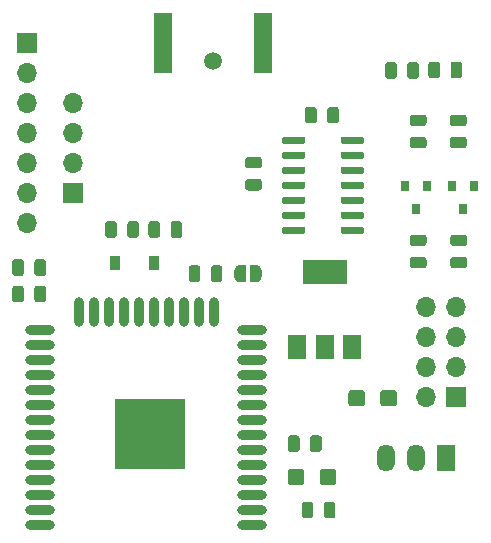
<source format=gts>
G04 #@! TF.GenerationSoftware,KiCad,Pcbnew,(5.1.5-0-10_14)*
G04 #@! TF.CreationDate,2020-12-13T17:31:02+01:00*
G04 #@! TF.ProjectId,ithowifi,6974686f-7769-4666-992e-6b696361645f,rev?*
G04 #@! TF.SameCoordinates,Original*
G04 #@! TF.FileFunction,Soldermask,Top*
G04 #@! TF.FilePolarity,Negative*
%FSLAX46Y46*%
G04 Gerber Fmt 4.6, Leading zero omitted, Abs format (unit mm)*
G04 Created by KiCad (PCBNEW (5.1.5-0-10_14)) date 2020-12-13 17:31:02*
%MOMM*%
%LPD*%
G04 APERTURE LIST*
%ADD10O,1.700000X1.700000*%
%ADD11R,1.700000X1.700000*%
%ADD12C,0.100000*%
%ADD13C,1.500000*%
%ADD14R,1.500000X2.000000*%
%ADD15R,3.800000X2.000000*%
%ADD16O,2.500000X0.900000*%
%ADD17O,0.900000X2.500000*%
%ADD18R,6.000000X6.000000*%
%ADD19R,0.900000X1.200000*%
%ADD20R,1.500000X5.080000*%
%ADD21R,0.800000X0.900000*%
%ADD22O,1.500000X2.300000*%
%ADD23R,1.500000X2.300000*%
G04 APERTURE END LIST*
D10*
X89611200Y-112877600D03*
X89611200Y-115417600D03*
X89611200Y-117957600D03*
D11*
X89611200Y-120497600D03*
D12*
G36*
X103805200Y-128104998D02*
G01*
X103780666Y-128104998D01*
X103731835Y-128100188D01*
X103683710Y-128090616D01*
X103636755Y-128076372D01*
X103591422Y-128057595D01*
X103548149Y-128034464D01*
X103507350Y-128007204D01*
X103469421Y-127976076D01*
X103434724Y-127941379D01*
X103403596Y-127903450D01*
X103376336Y-127862651D01*
X103353205Y-127819378D01*
X103334428Y-127774045D01*
X103320184Y-127727090D01*
X103310612Y-127678965D01*
X103305802Y-127630134D01*
X103305802Y-127605600D01*
X103305200Y-127605600D01*
X103305200Y-127105600D01*
X103305802Y-127105600D01*
X103305802Y-127081066D01*
X103310612Y-127032235D01*
X103320184Y-126984110D01*
X103334428Y-126937155D01*
X103353205Y-126891822D01*
X103376336Y-126848549D01*
X103403596Y-126807750D01*
X103434724Y-126769821D01*
X103469421Y-126735124D01*
X103507350Y-126703996D01*
X103548149Y-126676736D01*
X103591422Y-126653605D01*
X103636755Y-126634828D01*
X103683710Y-126620584D01*
X103731835Y-126611012D01*
X103780666Y-126606202D01*
X103805200Y-126606202D01*
X103805200Y-126605600D01*
X104305200Y-126605600D01*
X104305200Y-128105600D01*
X103805200Y-128105600D01*
X103805200Y-128104998D01*
G37*
G36*
X104605200Y-126605600D02*
G01*
X105105200Y-126605600D01*
X105105200Y-126606202D01*
X105129734Y-126606202D01*
X105178565Y-126611012D01*
X105226690Y-126620584D01*
X105273645Y-126634828D01*
X105318978Y-126653605D01*
X105362251Y-126676736D01*
X105403050Y-126703996D01*
X105440979Y-126735124D01*
X105475676Y-126769821D01*
X105506804Y-126807750D01*
X105534064Y-126848549D01*
X105557195Y-126891822D01*
X105575972Y-126937155D01*
X105590216Y-126984110D01*
X105599788Y-127032235D01*
X105604598Y-127081066D01*
X105604598Y-127105600D01*
X105605200Y-127105600D01*
X105605200Y-127605600D01*
X105604598Y-127605600D01*
X105604598Y-127630134D01*
X105599788Y-127678965D01*
X105590216Y-127727090D01*
X105575972Y-127774045D01*
X105557195Y-127819378D01*
X105534064Y-127862651D01*
X105506804Y-127903450D01*
X105475676Y-127941379D01*
X105440979Y-127976076D01*
X105403050Y-128007204D01*
X105362251Y-128034464D01*
X105318978Y-128057595D01*
X105273645Y-128076372D01*
X105226690Y-128090616D01*
X105178565Y-128100188D01*
X105129734Y-128104998D01*
X105105200Y-128104998D01*
X105105200Y-128105600D01*
X104605200Y-128105600D01*
X104605200Y-126605600D01*
G37*
G36*
X102070842Y-126656774D02*
G01*
X102094503Y-126660284D01*
X102117707Y-126666096D01*
X102140229Y-126674154D01*
X102161853Y-126684382D01*
X102182370Y-126696679D01*
X102201583Y-126710929D01*
X102219307Y-126726993D01*
X102235371Y-126744717D01*
X102249621Y-126763930D01*
X102261918Y-126784447D01*
X102272146Y-126806071D01*
X102280204Y-126828593D01*
X102286016Y-126851797D01*
X102289526Y-126875458D01*
X102290700Y-126899350D01*
X102290700Y-127811850D01*
X102289526Y-127835742D01*
X102286016Y-127859403D01*
X102280204Y-127882607D01*
X102272146Y-127905129D01*
X102261918Y-127926753D01*
X102249621Y-127947270D01*
X102235371Y-127966483D01*
X102219307Y-127984207D01*
X102201583Y-128000271D01*
X102182370Y-128014521D01*
X102161853Y-128026818D01*
X102140229Y-128037046D01*
X102117707Y-128045104D01*
X102094503Y-128050916D01*
X102070842Y-128054426D01*
X102046950Y-128055600D01*
X101559450Y-128055600D01*
X101535558Y-128054426D01*
X101511897Y-128050916D01*
X101488693Y-128045104D01*
X101466171Y-128037046D01*
X101444547Y-128026818D01*
X101424030Y-128014521D01*
X101404817Y-128000271D01*
X101387093Y-127984207D01*
X101371029Y-127966483D01*
X101356779Y-127947270D01*
X101344482Y-127926753D01*
X101334254Y-127905129D01*
X101326196Y-127882607D01*
X101320384Y-127859403D01*
X101316874Y-127835742D01*
X101315700Y-127811850D01*
X101315700Y-126899350D01*
X101316874Y-126875458D01*
X101320384Y-126851797D01*
X101326196Y-126828593D01*
X101334254Y-126806071D01*
X101344482Y-126784447D01*
X101356779Y-126763930D01*
X101371029Y-126744717D01*
X101387093Y-126726993D01*
X101404817Y-126710929D01*
X101424030Y-126696679D01*
X101444547Y-126684382D01*
X101466171Y-126674154D01*
X101488693Y-126666096D01*
X101511897Y-126660284D01*
X101535558Y-126656774D01*
X101559450Y-126655600D01*
X102046950Y-126655600D01*
X102070842Y-126656774D01*
G37*
G36*
X100195842Y-126656774D02*
G01*
X100219503Y-126660284D01*
X100242707Y-126666096D01*
X100265229Y-126674154D01*
X100286853Y-126684382D01*
X100307370Y-126696679D01*
X100326583Y-126710929D01*
X100344307Y-126726993D01*
X100360371Y-126744717D01*
X100374621Y-126763930D01*
X100386918Y-126784447D01*
X100397146Y-126806071D01*
X100405204Y-126828593D01*
X100411016Y-126851797D01*
X100414526Y-126875458D01*
X100415700Y-126899350D01*
X100415700Y-127811850D01*
X100414526Y-127835742D01*
X100411016Y-127859403D01*
X100405204Y-127882607D01*
X100397146Y-127905129D01*
X100386918Y-127926753D01*
X100374621Y-127947270D01*
X100360371Y-127966483D01*
X100344307Y-127984207D01*
X100326583Y-128000271D01*
X100307370Y-128014521D01*
X100286853Y-128026818D01*
X100265229Y-128037046D01*
X100242707Y-128045104D01*
X100219503Y-128050916D01*
X100195842Y-128054426D01*
X100171950Y-128055600D01*
X99684450Y-128055600D01*
X99660558Y-128054426D01*
X99636897Y-128050916D01*
X99613693Y-128045104D01*
X99591171Y-128037046D01*
X99569547Y-128026818D01*
X99549030Y-128014521D01*
X99529817Y-128000271D01*
X99512093Y-127984207D01*
X99496029Y-127966483D01*
X99481779Y-127947270D01*
X99469482Y-127926753D01*
X99459254Y-127905129D01*
X99451196Y-127882607D01*
X99445384Y-127859403D01*
X99441874Y-127835742D01*
X99440700Y-127811850D01*
X99440700Y-126899350D01*
X99441874Y-126875458D01*
X99445384Y-126851797D01*
X99451196Y-126828593D01*
X99459254Y-126806071D01*
X99469482Y-126784447D01*
X99481779Y-126763930D01*
X99496029Y-126744717D01*
X99512093Y-126726993D01*
X99529817Y-126710929D01*
X99549030Y-126696679D01*
X99569547Y-126684382D01*
X99591171Y-126674154D01*
X99613693Y-126666096D01*
X99636897Y-126660284D01*
X99660558Y-126656774D01*
X99684450Y-126655600D01*
X100171950Y-126655600D01*
X100195842Y-126656774D01*
G37*
G36*
X114132705Y-137222804D02*
G01*
X114156973Y-137226404D01*
X114180772Y-137232365D01*
X114203871Y-137240630D01*
X114226050Y-137251120D01*
X114247093Y-137263732D01*
X114266799Y-137278347D01*
X114284977Y-137294823D01*
X114301453Y-137313001D01*
X114316068Y-137332707D01*
X114328680Y-137353750D01*
X114339170Y-137375929D01*
X114347435Y-137399028D01*
X114353396Y-137422827D01*
X114356996Y-137447095D01*
X114358200Y-137471599D01*
X114358200Y-138321601D01*
X114356996Y-138346105D01*
X114353396Y-138370373D01*
X114347435Y-138394172D01*
X114339170Y-138417271D01*
X114328680Y-138439450D01*
X114316068Y-138460493D01*
X114301453Y-138480199D01*
X114284977Y-138498377D01*
X114266799Y-138514853D01*
X114247093Y-138529468D01*
X114226050Y-138542080D01*
X114203871Y-138552570D01*
X114180772Y-138560835D01*
X114156973Y-138566796D01*
X114132705Y-138570396D01*
X114108201Y-138571600D01*
X113208199Y-138571600D01*
X113183695Y-138570396D01*
X113159427Y-138566796D01*
X113135628Y-138560835D01*
X113112529Y-138552570D01*
X113090350Y-138542080D01*
X113069307Y-138529468D01*
X113049601Y-138514853D01*
X113031423Y-138498377D01*
X113014947Y-138480199D01*
X113000332Y-138460493D01*
X112987720Y-138439450D01*
X112977230Y-138417271D01*
X112968965Y-138394172D01*
X112963004Y-138370373D01*
X112959404Y-138346105D01*
X112958200Y-138321601D01*
X112958200Y-137471599D01*
X112959404Y-137447095D01*
X112963004Y-137422827D01*
X112968965Y-137399028D01*
X112977230Y-137375929D01*
X112987720Y-137353750D01*
X113000332Y-137332707D01*
X113014947Y-137313001D01*
X113031423Y-137294823D01*
X113049601Y-137278347D01*
X113069307Y-137263732D01*
X113090350Y-137251120D01*
X113112529Y-137240630D01*
X113135628Y-137232365D01*
X113159427Y-137226404D01*
X113183695Y-137222804D01*
X113208199Y-137221600D01*
X114108201Y-137221600D01*
X114132705Y-137222804D01*
G37*
G36*
X116832705Y-137222804D02*
G01*
X116856973Y-137226404D01*
X116880772Y-137232365D01*
X116903871Y-137240630D01*
X116926050Y-137251120D01*
X116947093Y-137263732D01*
X116966799Y-137278347D01*
X116984977Y-137294823D01*
X117001453Y-137313001D01*
X117016068Y-137332707D01*
X117028680Y-137353750D01*
X117039170Y-137375929D01*
X117047435Y-137399028D01*
X117053396Y-137422827D01*
X117056996Y-137447095D01*
X117058200Y-137471599D01*
X117058200Y-138321601D01*
X117056996Y-138346105D01*
X117053396Y-138370373D01*
X117047435Y-138394172D01*
X117039170Y-138417271D01*
X117028680Y-138439450D01*
X117016068Y-138460493D01*
X117001453Y-138480199D01*
X116984977Y-138498377D01*
X116966799Y-138514853D01*
X116947093Y-138529468D01*
X116926050Y-138542080D01*
X116903871Y-138552570D01*
X116880772Y-138560835D01*
X116856973Y-138566796D01*
X116832705Y-138570396D01*
X116808201Y-138571600D01*
X115908199Y-138571600D01*
X115883695Y-138570396D01*
X115859427Y-138566796D01*
X115835628Y-138560835D01*
X115812529Y-138552570D01*
X115790350Y-138542080D01*
X115769307Y-138529468D01*
X115749601Y-138514853D01*
X115731423Y-138498377D01*
X115714947Y-138480199D01*
X115700332Y-138460493D01*
X115687720Y-138439450D01*
X115677230Y-138417271D01*
X115668965Y-138394172D01*
X115663004Y-138370373D01*
X115659404Y-138346105D01*
X115658200Y-138321601D01*
X115658200Y-137471599D01*
X115659404Y-137447095D01*
X115663004Y-137422827D01*
X115668965Y-137399028D01*
X115677230Y-137375929D01*
X115687720Y-137353750D01*
X115700332Y-137332707D01*
X115714947Y-137313001D01*
X115731423Y-137294823D01*
X115749601Y-137278347D01*
X115769307Y-137263732D01*
X115790350Y-137251120D01*
X115812529Y-137240630D01*
X115835628Y-137232365D01*
X115859427Y-137226404D01*
X115883695Y-137222804D01*
X115908199Y-137221600D01*
X116808201Y-137221600D01*
X116832705Y-137222804D01*
G37*
G36*
X111704905Y-143903004D02*
G01*
X111729173Y-143906604D01*
X111752972Y-143912565D01*
X111776071Y-143920830D01*
X111798250Y-143931320D01*
X111819293Y-143943932D01*
X111838999Y-143958547D01*
X111857177Y-143975023D01*
X111873653Y-143993201D01*
X111888268Y-144012907D01*
X111900880Y-144033950D01*
X111911370Y-144056129D01*
X111919635Y-144079228D01*
X111925596Y-144103027D01*
X111929196Y-144127295D01*
X111930400Y-144151799D01*
X111930400Y-145001801D01*
X111929196Y-145026305D01*
X111925596Y-145050573D01*
X111919635Y-145074372D01*
X111911370Y-145097471D01*
X111900880Y-145119650D01*
X111888268Y-145140693D01*
X111873653Y-145160399D01*
X111857177Y-145178577D01*
X111838999Y-145195053D01*
X111819293Y-145209668D01*
X111798250Y-145222280D01*
X111776071Y-145232770D01*
X111752972Y-145241035D01*
X111729173Y-145246996D01*
X111704905Y-145250596D01*
X111680401Y-145251800D01*
X110780399Y-145251800D01*
X110755895Y-145250596D01*
X110731627Y-145246996D01*
X110707828Y-145241035D01*
X110684729Y-145232770D01*
X110662550Y-145222280D01*
X110641507Y-145209668D01*
X110621801Y-145195053D01*
X110603623Y-145178577D01*
X110587147Y-145160399D01*
X110572532Y-145140693D01*
X110559920Y-145119650D01*
X110549430Y-145097471D01*
X110541165Y-145074372D01*
X110535204Y-145050573D01*
X110531604Y-145026305D01*
X110530400Y-145001801D01*
X110530400Y-144151799D01*
X110531604Y-144127295D01*
X110535204Y-144103027D01*
X110541165Y-144079228D01*
X110549430Y-144056129D01*
X110559920Y-144033950D01*
X110572532Y-144012907D01*
X110587147Y-143993201D01*
X110603623Y-143975023D01*
X110621801Y-143958547D01*
X110641507Y-143943932D01*
X110662550Y-143931320D01*
X110684729Y-143920830D01*
X110707828Y-143912565D01*
X110731627Y-143906604D01*
X110755895Y-143903004D01*
X110780399Y-143901800D01*
X111680401Y-143901800D01*
X111704905Y-143903004D01*
G37*
G36*
X109004905Y-143903004D02*
G01*
X109029173Y-143906604D01*
X109052972Y-143912565D01*
X109076071Y-143920830D01*
X109098250Y-143931320D01*
X109119293Y-143943932D01*
X109138999Y-143958547D01*
X109157177Y-143975023D01*
X109173653Y-143993201D01*
X109188268Y-144012907D01*
X109200880Y-144033950D01*
X109211370Y-144056129D01*
X109219635Y-144079228D01*
X109225596Y-144103027D01*
X109229196Y-144127295D01*
X109230400Y-144151799D01*
X109230400Y-145001801D01*
X109229196Y-145026305D01*
X109225596Y-145050573D01*
X109219635Y-145074372D01*
X109211370Y-145097471D01*
X109200880Y-145119650D01*
X109188268Y-145140693D01*
X109173653Y-145160399D01*
X109157177Y-145178577D01*
X109138999Y-145195053D01*
X109119293Y-145209668D01*
X109098250Y-145222280D01*
X109076071Y-145232770D01*
X109052972Y-145241035D01*
X109029173Y-145246996D01*
X109004905Y-145250596D01*
X108980401Y-145251800D01*
X108080399Y-145251800D01*
X108055895Y-145250596D01*
X108031627Y-145246996D01*
X108007828Y-145241035D01*
X107984729Y-145232770D01*
X107962550Y-145222280D01*
X107941507Y-145209668D01*
X107921801Y-145195053D01*
X107903623Y-145178577D01*
X107887147Y-145160399D01*
X107872532Y-145140693D01*
X107859920Y-145119650D01*
X107849430Y-145097471D01*
X107841165Y-145074372D01*
X107835204Y-145050573D01*
X107831604Y-145026305D01*
X107830400Y-145001801D01*
X107830400Y-144151799D01*
X107831604Y-144127295D01*
X107835204Y-144103027D01*
X107841165Y-144079228D01*
X107849430Y-144056129D01*
X107859920Y-144033950D01*
X107872532Y-144012907D01*
X107887147Y-143993201D01*
X107903623Y-143975023D01*
X107921801Y-143958547D01*
X107941507Y-143943932D01*
X107962550Y-143931320D01*
X107984729Y-143920830D01*
X108007828Y-143912565D01*
X108031627Y-143906604D01*
X108055895Y-143903004D01*
X108080399Y-143901800D01*
X108980401Y-143901800D01*
X109004905Y-143903004D01*
G37*
D13*
X101498400Y-109347000D03*
X96164400Y-140944600D03*
X94208600Y-142849600D03*
X98044000Y-142849600D03*
X98044000Y-138988800D03*
X94208600Y-138988800D03*
D12*
G36*
X85256042Y-128383974D02*
G01*
X85279703Y-128387484D01*
X85302907Y-128393296D01*
X85325429Y-128401354D01*
X85347053Y-128411582D01*
X85367570Y-128423879D01*
X85386783Y-128438129D01*
X85404507Y-128454193D01*
X85420571Y-128471917D01*
X85434821Y-128491130D01*
X85447118Y-128511647D01*
X85457346Y-128533271D01*
X85465404Y-128555793D01*
X85471216Y-128578997D01*
X85474726Y-128602658D01*
X85475900Y-128626550D01*
X85475900Y-129539050D01*
X85474726Y-129562942D01*
X85471216Y-129586603D01*
X85465404Y-129609807D01*
X85457346Y-129632329D01*
X85447118Y-129653953D01*
X85434821Y-129674470D01*
X85420571Y-129693683D01*
X85404507Y-129711407D01*
X85386783Y-129727471D01*
X85367570Y-129741721D01*
X85347053Y-129754018D01*
X85325429Y-129764246D01*
X85302907Y-129772304D01*
X85279703Y-129778116D01*
X85256042Y-129781626D01*
X85232150Y-129782800D01*
X84744650Y-129782800D01*
X84720758Y-129781626D01*
X84697097Y-129778116D01*
X84673893Y-129772304D01*
X84651371Y-129764246D01*
X84629747Y-129754018D01*
X84609230Y-129741721D01*
X84590017Y-129727471D01*
X84572293Y-129711407D01*
X84556229Y-129693683D01*
X84541979Y-129674470D01*
X84529682Y-129653953D01*
X84519454Y-129632329D01*
X84511396Y-129609807D01*
X84505584Y-129586603D01*
X84502074Y-129562942D01*
X84500900Y-129539050D01*
X84500900Y-128626550D01*
X84502074Y-128602658D01*
X84505584Y-128578997D01*
X84511396Y-128555793D01*
X84519454Y-128533271D01*
X84529682Y-128511647D01*
X84541979Y-128491130D01*
X84556229Y-128471917D01*
X84572293Y-128454193D01*
X84590017Y-128438129D01*
X84609230Y-128423879D01*
X84629747Y-128411582D01*
X84651371Y-128401354D01*
X84673893Y-128393296D01*
X84697097Y-128387484D01*
X84720758Y-128383974D01*
X84744650Y-128382800D01*
X85232150Y-128382800D01*
X85256042Y-128383974D01*
G37*
G36*
X87131042Y-128383974D02*
G01*
X87154703Y-128387484D01*
X87177907Y-128393296D01*
X87200429Y-128401354D01*
X87222053Y-128411582D01*
X87242570Y-128423879D01*
X87261783Y-128438129D01*
X87279507Y-128454193D01*
X87295571Y-128471917D01*
X87309821Y-128491130D01*
X87322118Y-128511647D01*
X87332346Y-128533271D01*
X87340404Y-128555793D01*
X87346216Y-128578997D01*
X87349726Y-128602658D01*
X87350900Y-128626550D01*
X87350900Y-129539050D01*
X87349726Y-129562942D01*
X87346216Y-129586603D01*
X87340404Y-129609807D01*
X87332346Y-129632329D01*
X87322118Y-129653953D01*
X87309821Y-129674470D01*
X87295571Y-129693683D01*
X87279507Y-129711407D01*
X87261783Y-129727471D01*
X87242570Y-129741721D01*
X87222053Y-129754018D01*
X87200429Y-129764246D01*
X87177907Y-129772304D01*
X87154703Y-129778116D01*
X87131042Y-129781626D01*
X87107150Y-129782800D01*
X86619650Y-129782800D01*
X86595758Y-129781626D01*
X86572097Y-129778116D01*
X86548893Y-129772304D01*
X86526371Y-129764246D01*
X86504747Y-129754018D01*
X86484230Y-129741721D01*
X86465017Y-129727471D01*
X86447293Y-129711407D01*
X86431229Y-129693683D01*
X86416979Y-129674470D01*
X86404682Y-129653953D01*
X86394454Y-129632329D01*
X86386396Y-129609807D01*
X86380584Y-129586603D01*
X86377074Y-129562942D01*
X86375900Y-129539050D01*
X86375900Y-128626550D01*
X86377074Y-128602658D01*
X86380584Y-128578997D01*
X86386396Y-128555793D01*
X86394454Y-128533271D01*
X86404682Y-128511647D01*
X86416979Y-128491130D01*
X86431229Y-128471917D01*
X86447293Y-128454193D01*
X86465017Y-128438129D01*
X86484230Y-128423879D01*
X86504747Y-128411582D01*
X86526371Y-128401354D01*
X86548893Y-128393296D01*
X86572097Y-128387484D01*
X86595758Y-128383974D01*
X86619650Y-128382800D01*
X87107150Y-128382800D01*
X87131042Y-128383974D01*
G37*
G36*
X85256042Y-126148774D02*
G01*
X85279703Y-126152284D01*
X85302907Y-126158096D01*
X85325429Y-126166154D01*
X85347053Y-126176382D01*
X85367570Y-126188679D01*
X85386783Y-126202929D01*
X85404507Y-126218993D01*
X85420571Y-126236717D01*
X85434821Y-126255930D01*
X85447118Y-126276447D01*
X85457346Y-126298071D01*
X85465404Y-126320593D01*
X85471216Y-126343797D01*
X85474726Y-126367458D01*
X85475900Y-126391350D01*
X85475900Y-127303850D01*
X85474726Y-127327742D01*
X85471216Y-127351403D01*
X85465404Y-127374607D01*
X85457346Y-127397129D01*
X85447118Y-127418753D01*
X85434821Y-127439270D01*
X85420571Y-127458483D01*
X85404507Y-127476207D01*
X85386783Y-127492271D01*
X85367570Y-127506521D01*
X85347053Y-127518818D01*
X85325429Y-127529046D01*
X85302907Y-127537104D01*
X85279703Y-127542916D01*
X85256042Y-127546426D01*
X85232150Y-127547600D01*
X84744650Y-127547600D01*
X84720758Y-127546426D01*
X84697097Y-127542916D01*
X84673893Y-127537104D01*
X84651371Y-127529046D01*
X84629747Y-127518818D01*
X84609230Y-127506521D01*
X84590017Y-127492271D01*
X84572293Y-127476207D01*
X84556229Y-127458483D01*
X84541979Y-127439270D01*
X84529682Y-127418753D01*
X84519454Y-127397129D01*
X84511396Y-127374607D01*
X84505584Y-127351403D01*
X84502074Y-127327742D01*
X84500900Y-127303850D01*
X84500900Y-126391350D01*
X84502074Y-126367458D01*
X84505584Y-126343797D01*
X84511396Y-126320593D01*
X84519454Y-126298071D01*
X84529682Y-126276447D01*
X84541979Y-126255930D01*
X84556229Y-126236717D01*
X84572293Y-126218993D01*
X84590017Y-126202929D01*
X84609230Y-126188679D01*
X84629747Y-126176382D01*
X84651371Y-126166154D01*
X84673893Y-126158096D01*
X84697097Y-126152284D01*
X84720758Y-126148774D01*
X84744650Y-126147600D01*
X85232150Y-126147600D01*
X85256042Y-126148774D01*
G37*
G36*
X87131042Y-126148774D02*
G01*
X87154703Y-126152284D01*
X87177907Y-126158096D01*
X87200429Y-126166154D01*
X87222053Y-126176382D01*
X87242570Y-126188679D01*
X87261783Y-126202929D01*
X87279507Y-126218993D01*
X87295571Y-126236717D01*
X87309821Y-126255930D01*
X87322118Y-126276447D01*
X87332346Y-126298071D01*
X87340404Y-126320593D01*
X87346216Y-126343797D01*
X87349726Y-126367458D01*
X87350900Y-126391350D01*
X87350900Y-127303850D01*
X87349726Y-127327742D01*
X87346216Y-127351403D01*
X87340404Y-127374607D01*
X87332346Y-127397129D01*
X87322118Y-127418753D01*
X87309821Y-127439270D01*
X87295571Y-127458483D01*
X87279507Y-127476207D01*
X87261783Y-127492271D01*
X87242570Y-127506521D01*
X87222053Y-127518818D01*
X87200429Y-127529046D01*
X87177907Y-127537104D01*
X87154703Y-127542916D01*
X87131042Y-127546426D01*
X87107150Y-127547600D01*
X86619650Y-127547600D01*
X86595758Y-127546426D01*
X86572097Y-127542916D01*
X86548893Y-127537104D01*
X86526371Y-127529046D01*
X86504747Y-127518818D01*
X86484230Y-127506521D01*
X86465017Y-127492271D01*
X86447293Y-127476207D01*
X86431229Y-127458483D01*
X86416979Y-127439270D01*
X86404682Y-127418753D01*
X86394454Y-127397129D01*
X86386396Y-127374607D01*
X86380584Y-127351403D01*
X86377074Y-127327742D01*
X86375900Y-127303850D01*
X86375900Y-126391350D01*
X86377074Y-126367458D01*
X86380584Y-126343797D01*
X86386396Y-126320593D01*
X86394454Y-126298071D01*
X86404682Y-126276447D01*
X86416979Y-126255930D01*
X86431229Y-126236717D01*
X86447293Y-126218993D01*
X86465017Y-126202929D01*
X86484230Y-126188679D01*
X86504747Y-126176382D01*
X86526371Y-126166154D01*
X86548893Y-126158096D01*
X86572097Y-126152284D01*
X86595758Y-126148774D01*
X86619650Y-126147600D01*
X87107150Y-126147600D01*
X87131042Y-126148774D01*
G37*
D14*
X108647200Y-133553600D03*
X113247200Y-133553600D03*
X110947200Y-133553600D03*
D15*
X110947200Y-127253600D03*
D16*
X86839000Y-148619200D03*
X86839000Y-147349200D03*
X86839000Y-146079200D03*
X86839000Y-144809200D03*
X86839000Y-143539200D03*
X86839000Y-142269200D03*
X86839000Y-140999200D03*
X86839000Y-139729200D03*
X86839000Y-138459200D03*
X86839000Y-137189200D03*
X86839000Y-135919200D03*
X86839000Y-134649200D03*
X86839000Y-133379200D03*
X86839000Y-132109200D03*
D17*
X90124000Y-130619200D03*
X91394000Y-130619200D03*
X92664000Y-130619200D03*
X93934000Y-130619200D03*
X95204000Y-130619200D03*
X96474000Y-130619200D03*
X97744000Y-130619200D03*
X99014000Y-130619200D03*
X100284000Y-130619200D03*
X101554000Y-130619200D03*
D16*
X104839000Y-132109200D03*
X104839000Y-133379200D03*
X104839000Y-134649200D03*
X104839000Y-135919200D03*
X104839000Y-137189200D03*
X104839000Y-138459200D03*
X104839000Y-139729200D03*
X104839000Y-140999200D03*
X104839000Y-142269200D03*
X104839000Y-143539200D03*
X104839000Y-144809200D03*
X104839000Y-146079200D03*
X104839000Y-147349200D03*
X104839000Y-148619200D03*
D18*
X96139000Y-140919200D03*
D12*
G36*
X95005042Y-122922974D02*
G01*
X95028703Y-122926484D01*
X95051907Y-122932296D01*
X95074429Y-122940354D01*
X95096053Y-122950582D01*
X95116570Y-122962879D01*
X95135783Y-122977129D01*
X95153507Y-122993193D01*
X95169571Y-123010917D01*
X95183821Y-123030130D01*
X95196118Y-123050647D01*
X95206346Y-123072271D01*
X95214404Y-123094793D01*
X95220216Y-123117997D01*
X95223726Y-123141658D01*
X95224900Y-123165550D01*
X95224900Y-124078050D01*
X95223726Y-124101942D01*
X95220216Y-124125603D01*
X95214404Y-124148807D01*
X95206346Y-124171329D01*
X95196118Y-124192953D01*
X95183821Y-124213470D01*
X95169571Y-124232683D01*
X95153507Y-124250407D01*
X95135783Y-124266471D01*
X95116570Y-124280721D01*
X95096053Y-124293018D01*
X95074429Y-124303246D01*
X95051907Y-124311304D01*
X95028703Y-124317116D01*
X95005042Y-124320626D01*
X94981150Y-124321800D01*
X94493650Y-124321800D01*
X94469758Y-124320626D01*
X94446097Y-124317116D01*
X94422893Y-124311304D01*
X94400371Y-124303246D01*
X94378747Y-124293018D01*
X94358230Y-124280721D01*
X94339017Y-124266471D01*
X94321293Y-124250407D01*
X94305229Y-124232683D01*
X94290979Y-124213470D01*
X94278682Y-124192953D01*
X94268454Y-124171329D01*
X94260396Y-124148807D01*
X94254584Y-124125603D01*
X94251074Y-124101942D01*
X94249900Y-124078050D01*
X94249900Y-123165550D01*
X94251074Y-123141658D01*
X94254584Y-123117997D01*
X94260396Y-123094793D01*
X94268454Y-123072271D01*
X94278682Y-123050647D01*
X94290979Y-123030130D01*
X94305229Y-123010917D01*
X94321293Y-122993193D01*
X94339017Y-122977129D01*
X94358230Y-122962879D01*
X94378747Y-122950582D01*
X94400371Y-122940354D01*
X94422893Y-122932296D01*
X94446097Y-122926484D01*
X94469758Y-122922974D01*
X94493650Y-122921800D01*
X94981150Y-122921800D01*
X95005042Y-122922974D01*
G37*
G36*
X93130042Y-122922974D02*
G01*
X93153703Y-122926484D01*
X93176907Y-122932296D01*
X93199429Y-122940354D01*
X93221053Y-122950582D01*
X93241570Y-122962879D01*
X93260783Y-122977129D01*
X93278507Y-122993193D01*
X93294571Y-123010917D01*
X93308821Y-123030130D01*
X93321118Y-123050647D01*
X93331346Y-123072271D01*
X93339404Y-123094793D01*
X93345216Y-123117997D01*
X93348726Y-123141658D01*
X93349900Y-123165550D01*
X93349900Y-124078050D01*
X93348726Y-124101942D01*
X93345216Y-124125603D01*
X93339404Y-124148807D01*
X93331346Y-124171329D01*
X93321118Y-124192953D01*
X93308821Y-124213470D01*
X93294571Y-124232683D01*
X93278507Y-124250407D01*
X93260783Y-124266471D01*
X93241570Y-124280721D01*
X93221053Y-124293018D01*
X93199429Y-124303246D01*
X93176907Y-124311304D01*
X93153703Y-124317116D01*
X93130042Y-124320626D01*
X93106150Y-124321800D01*
X92618650Y-124321800D01*
X92594758Y-124320626D01*
X92571097Y-124317116D01*
X92547893Y-124311304D01*
X92525371Y-124303246D01*
X92503747Y-124293018D01*
X92483230Y-124280721D01*
X92464017Y-124266471D01*
X92446293Y-124250407D01*
X92430229Y-124232683D01*
X92415979Y-124213470D01*
X92403682Y-124192953D01*
X92393454Y-124171329D01*
X92385396Y-124148807D01*
X92379584Y-124125603D01*
X92376074Y-124101942D01*
X92374900Y-124078050D01*
X92374900Y-123165550D01*
X92376074Y-123141658D01*
X92379584Y-123117997D01*
X92385396Y-123094793D01*
X92393454Y-123072271D01*
X92403682Y-123050647D01*
X92415979Y-123030130D01*
X92430229Y-123010917D01*
X92446293Y-122993193D01*
X92464017Y-122977129D01*
X92483230Y-122962879D01*
X92503747Y-122950582D01*
X92525371Y-122940354D01*
X92547893Y-122932296D01*
X92571097Y-122926484D01*
X92594758Y-122922974D01*
X92618650Y-122921800D01*
X93106150Y-122921800D01*
X93130042Y-122922974D01*
G37*
G36*
X110475942Y-141058574D02*
G01*
X110499603Y-141062084D01*
X110522807Y-141067896D01*
X110545329Y-141075954D01*
X110566953Y-141086182D01*
X110587470Y-141098479D01*
X110606683Y-141112729D01*
X110624407Y-141128793D01*
X110640471Y-141146517D01*
X110654721Y-141165730D01*
X110667018Y-141186247D01*
X110677246Y-141207871D01*
X110685304Y-141230393D01*
X110691116Y-141253597D01*
X110694626Y-141277258D01*
X110695800Y-141301150D01*
X110695800Y-142213650D01*
X110694626Y-142237542D01*
X110691116Y-142261203D01*
X110685304Y-142284407D01*
X110677246Y-142306929D01*
X110667018Y-142328553D01*
X110654721Y-142349070D01*
X110640471Y-142368283D01*
X110624407Y-142386007D01*
X110606683Y-142402071D01*
X110587470Y-142416321D01*
X110566953Y-142428618D01*
X110545329Y-142438846D01*
X110522807Y-142446904D01*
X110499603Y-142452716D01*
X110475942Y-142456226D01*
X110452050Y-142457400D01*
X109964550Y-142457400D01*
X109940658Y-142456226D01*
X109916997Y-142452716D01*
X109893793Y-142446904D01*
X109871271Y-142438846D01*
X109849647Y-142428618D01*
X109829130Y-142416321D01*
X109809917Y-142402071D01*
X109792193Y-142386007D01*
X109776129Y-142368283D01*
X109761879Y-142349070D01*
X109749582Y-142328553D01*
X109739354Y-142306929D01*
X109731296Y-142284407D01*
X109725484Y-142261203D01*
X109721974Y-142237542D01*
X109720800Y-142213650D01*
X109720800Y-141301150D01*
X109721974Y-141277258D01*
X109725484Y-141253597D01*
X109731296Y-141230393D01*
X109739354Y-141207871D01*
X109749582Y-141186247D01*
X109761879Y-141165730D01*
X109776129Y-141146517D01*
X109792193Y-141128793D01*
X109809917Y-141112729D01*
X109829130Y-141098479D01*
X109849647Y-141086182D01*
X109871271Y-141075954D01*
X109893793Y-141067896D01*
X109916997Y-141062084D01*
X109940658Y-141058574D01*
X109964550Y-141057400D01*
X110452050Y-141057400D01*
X110475942Y-141058574D01*
G37*
G36*
X108600942Y-141058574D02*
G01*
X108624603Y-141062084D01*
X108647807Y-141067896D01*
X108670329Y-141075954D01*
X108691953Y-141086182D01*
X108712470Y-141098479D01*
X108731683Y-141112729D01*
X108749407Y-141128793D01*
X108765471Y-141146517D01*
X108779721Y-141165730D01*
X108792018Y-141186247D01*
X108802246Y-141207871D01*
X108810304Y-141230393D01*
X108816116Y-141253597D01*
X108819626Y-141277258D01*
X108820800Y-141301150D01*
X108820800Y-142213650D01*
X108819626Y-142237542D01*
X108816116Y-142261203D01*
X108810304Y-142284407D01*
X108802246Y-142306929D01*
X108792018Y-142328553D01*
X108779721Y-142349070D01*
X108765471Y-142368283D01*
X108749407Y-142386007D01*
X108731683Y-142402071D01*
X108712470Y-142416321D01*
X108691953Y-142428618D01*
X108670329Y-142438846D01*
X108647807Y-142446904D01*
X108624603Y-142452716D01*
X108600942Y-142456226D01*
X108577050Y-142457400D01*
X108089550Y-142457400D01*
X108065658Y-142456226D01*
X108041997Y-142452716D01*
X108018793Y-142446904D01*
X107996271Y-142438846D01*
X107974647Y-142428618D01*
X107954130Y-142416321D01*
X107934917Y-142402071D01*
X107917193Y-142386007D01*
X107901129Y-142368283D01*
X107886879Y-142349070D01*
X107874582Y-142328553D01*
X107864354Y-142306929D01*
X107856296Y-142284407D01*
X107850484Y-142261203D01*
X107846974Y-142237542D01*
X107845800Y-142213650D01*
X107845800Y-141301150D01*
X107846974Y-141277258D01*
X107850484Y-141253597D01*
X107856296Y-141230393D01*
X107864354Y-141207871D01*
X107874582Y-141186247D01*
X107886879Y-141165730D01*
X107901129Y-141146517D01*
X107917193Y-141128793D01*
X107934917Y-141112729D01*
X107954130Y-141098479D01*
X107974647Y-141086182D01*
X107996271Y-141075954D01*
X108018793Y-141067896D01*
X108041997Y-141062084D01*
X108065658Y-141058574D01*
X108089550Y-141057400D01*
X108577050Y-141057400D01*
X108600942Y-141058574D01*
G37*
D10*
X85725000Y-123037600D03*
X85725000Y-120497600D03*
X85725000Y-117957600D03*
X85725000Y-115417600D03*
X85725000Y-112877600D03*
X85725000Y-110337600D03*
D11*
X85725000Y-107797600D03*
D19*
X93220000Y-126415800D03*
X96520000Y-126415800D03*
D12*
G36*
X111642042Y-146671974D02*
G01*
X111665703Y-146675484D01*
X111688907Y-146681296D01*
X111711429Y-146689354D01*
X111733053Y-146699582D01*
X111753570Y-146711879D01*
X111772783Y-146726129D01*
X111790507Y-146742193D01*
X111806571Y-146759917D01*
X111820821Y-146779130D01*
X111833118Y-146799647D01*
X111843346Y-146821271D01*
X111851404Y-146843793D01*
X111857216Y-146866997D01*
X111860726Y-146890658D01*
X111861900Y-146914550D01*
X111861900Y-147827050D01*
X111860726Y-147850942D01*
X111857216Y-147874603D01*
X111851404Y-147897807D01*
X111843346Y-147920329D01*
X111833118Y-147941953D01*
X111820821Y-147962470D01*
X111806571Y-147981683D01*
X111790507Y-147999407D01*
X111772783Y-148015471D01*
X111753570Y-148029721D01*
X111733053Y-148042018D01*
X111711429Y-148052246D01*
X111688907Y-148060304D01*
X111665703Y-148066116D01*
X111642042Y-148069626D01*
X111618150Y-148070800D01*
X111130650Y-148070800D01*
X111106758Y-148069626D01*
X111083097Y-148066116D01*
X111059893Y-148060304D01*
X111037371Y-148052246D01*
X111015747Y-148042018D01*
X110995230Y-148029721D01*
X110976017Y-148015471D01*
X110958293Y-147999407D01*
X110942229Y-147981683D01*
X110927979Y-147962470D01*
X110915682Y-147941953D01*
X110905454Y-147920329D01*
X110897396Y-147897807D01*
X110891584Y-147874603D01*
X110888074Y-147850942D01*
X110886900Y-147827050D01*
X110886900Y-146914550D01*
X110888074Y-146890658D01*
X110891584Y-146866997D01*
X110897396Y-146843793D01*
X110905454Y-146821271D01*
X110915682Y-146799647D01*
X110927979Y-146779130D01*
X110942229Y-146759917D01*
X110958293Y-146742193D01*
X110976017Y-146726129D01*
X110995230Y-146711879D01*
X111015747Y-146699582D01*
X111037371Y-146689354D01*
X111059893Y-146681296D01*
X111083097Y-146675484D01*
X111106758Y-146671974D01*
X111130650Y-146670800D01*
X111618150Y-146670800D01*
X111642042Y-146671974D01*
G37*
G36*
X109767042Y-146671974D02*
G01*
X109790703Y-146675484D01*
X109813907Y-146681296D01*
X109836429Y-146689354D01*
X109858053Y-146699582D01*
X109878570Y-146711879D01*
X109897783Y-146726129D01*
X109915507Y-146742193D01*
X109931571Y-146759917D01*
X109945821Y-146779130D01*
X109958118Y-146799647D01*
X109968346Y-146821271D01*
X109976404Y-146843793D01*
X109982216Y-146866997D01*
X109985726Y-146890658D01*
X109986900Y-146914550D01*
X109986900Y-147827050D01*
X109985726Y-147850942D01*
X109982216Y-147874603D01*
X109976404Y-147897807D01*
X109968346Y-147920329D01*
X109958118Y-147941953D01*
X109945821Y-147962470D01*
X109931571Y-147981683D01*
X109915507Y-147999407D01*
X109897783Y-148015471D01*
X109878570Y-148029721D01*
X109858053Y-148042018D01*
X109836429Y-148052246D01*
X109813907Y-148060304D01*
X109790703Y-148066116D01*
X109767042Y-148069626D01*
X109743150Y-148070800D01*
X109255650Y-148070800D01*
X109231758Y-148069626D01*
X109208097Y-148066116D01*
X109184893Y-148060304D01*
X109162371Y-148052246D01*
X109140747Y-148042018D01*
X109120230Y-148029721D01*
X109101017Y-148015471D01*
X109083293Y-147999407D01*
X109067229Y-147981683D01*
X109052979Y-147962470D01*
X109040682Y-147941953D01*
X109030454Y-147920329D01*
X109022396Y-147897807D01*
X109016584Y-147874603D01*
X109013074Y-147850942D01*
X109011900Y-147827050D01*
X109011900Y-146914550D01*
X109013074Y-146890658D01*
X109016584Y-146866997D01*
X109022396Y-146843793D01*
X109030454Y-146821271D01*
X109040682Y-146799647D01*
X109052979Y-146779130D01*
X109067229Y-146759917D01*
X109083293Y-146742193D01*
X109101017Y-146726129D01*
X109120230Y-146711879D01*
X109140747Y-146699582D01*
X109162371Y-146689354D01*
X109184893Y-146681296D01*
X109208097Y-146675484D01*
X109231758Y-146671974D01*
X109255650Y-146670800D01*
X109743150Y-146670800D01*
X109767042Y-146671974D01*
G37*
G36*
X96787642Y-122922974D02*
G01*
X96811303Y-122926484D01*
X96834507Y-122932296D01*
X96857029Y-122940354D01*
X96878653Y-122950582D01*
X96899170Y-122962879D01*
X96918383Y-122977129D01*
X96936107Y-122993193D01*
X96952171Y-123010917D01*
X96966421Y-123030130D01*
X96978718Y-123050647D01*
X96988946Y-123072271D01*
X96997004Y-123094793D01*
X97002816Y-123117997D01*
X97006326Y-123141658D01*
X97007500Y-123165550D01*
X97007500Y-124078050D01*
X97006326Y-124101942D01*
X97002816Y-124125603D01*
X96997004Y-124148807D01*
X96988946Y-124171329D01*
X96978718Y-124192953D01*
X96966421Y-124213470D01*
X96952171Y-124232683D01*
X96936107Y-124250407D01*
X96918383Y-124266471D01*
X96899170Y-124280721D01*
X96878653Y-124293018D01*
X96857029Y-124303246D01*
X96834507Y-124311304D01*
X96811303Y-124317116D01*
X96787642Y-124320626D01*
X96763750Y-124321800D01*
X96276250Y-124321800D01*
X96252358Y-124320626D01*
X96228697Y-124317116D01*
X96205493Y-124311304D01*
X96182971Y-124303246D01*
X96161347Y-124293018D01*
X96140830Y-124280721D01*
X96121617Y-124266471D01*
X96103893Y-124250407D01*
X96087829Y-124232683D01*
X96073579Y-124213470D01*
X96061282Y-124192953D01*
X96051054Y-124171329D01*
X96042996Y-124148807D01*
X96037184Y-124125603D01*
X96033674Y-124101942D01*
X96032500Y-124078050D01*
X96032500Y-123165550D01*
X96033674Y-123141658D01*
X96037184Y-123117997D01*
X96042996Y-123094793D01*
X96051054Y-123072271D01*
X96061282Y-123050647D01*
X96073579Y-123030130D01*
X96087829Y-123010917D01*
X96103893Y-122993193D01*
X96121617Y-122977129D01*
X96140830Y-122962879D01*
X96161347Y-122950582D01*
X96182971Y-122940354D01*
X96205493Y-122932296D01*
X96228697Y-122926484D01*
X96252358Y-122922974D01*
X96276250Y-122921800D01*
X96763750Y-122921800D01*
X96787642Y-122922974D01*
G37*
G36*
X98662642Y-122922974D02*
G01*
X98686303Y-122926484D01*
X98709507Y-122932296D01*
X98732029Y-122940354D01*
X98753653Y-122950582D01*
X98774170Y-122962879D01*
X98793383Y-122977129D01*
X98811107Y-122993193D01*
X98827171Y-123010917D01*
X98841421Y-123030130D01*
X98853718Y-123050647D01*
X98863946Y-123072271D01*
X98872004Y-123094793D01*
X98877816Y-123117997D01*
X98881326Y-123141658D01*
X98882500Y-123165550D01*
X98882500Y-124078050D01*
X98881326Y-124101942D01*
X98877816Y-124125603D01*
X98872004Y-124148807D01*
X98863946Y-124171329D01*
X98853718Y-124192953D01*
X98841421Y-124213470D01*
X98827171Y-124232683D01*
X98811107Y-124250407D01*
X98793383Y-124266471D01*
X98774170Y-124280721D01*
X98753653Y-124293018D01*
X98732029Y-124303246D01*
X98709507Y-124311304D01*
X98686303Y-124317116D01*
X98662642Y-124320626D01*
X98638750Y-124321800D01*
X98151250Y-124321800D01*
X98127358Y-124320626D01*
X98103697Y-124317116D01*
X98080493Y-124311304D01*
X98057971Y-124303246D01*
X98036347Y-124293018D01*
X98015830Y-124280721D01*
X97996617Y-124266471D01*
X97978893Y-124250407D01*
X97962829Y-124232683D01*
X97948579Y-124213470D01*
X97936282Y-124192953D01*
X97926054Y-124171329D01*
X97917996Y-124148807D01*
X97912184Y-124125603D01*
X97908674Y-124101942D01*
X97907500Y-124078050D01*
X97907500Y-123165550D01*
X97908674Y-123141658D01*
X97912184Y-123117997D01*
X97917996Y-123094793D01*
X97926054Y-123072271D01*
X97936282Y-123050647D01*
X97948579Y-123030130D01*
X97962829Y-123010917D01*
X97978893Y-122993193D01*
X97996617Y-122977129D01*
X98015830Y-122962879D01*
X98036347Y-122950582D01*
X98057971Y-122940354D01*
X98080493Y-122932296D01*
X98103697Y-122926484D01*
X98127358Y-122922974D01*
X98151250Y-122921800D01*
X98638750Y-122921800D01*
X98662642Y-122922974D01*
G37*
D20*
X97248400Y-107848400D03*
X105748400Y-107848400D03*
D12*
G36*
X118705542Y-109460974D02*
G01*
X118729203Y-109464484D01*
X118752407Y-109470296D01*
X118774929Y-109478354D01*
X118796553Y-109488582D01*
X118817070Y-109500879D01*
X118836283Y-109515129D01*
X118854007Y-109531193D01*
X118870071Y-109548917D01*
X118884321Y-109568130D01*
X118896618Y-109588647D01*
X118906846Y-109610271D01*
X118914904Y-109632793D01*
X118920716Y-109655997D01*
X118924226Y-109679658D01*
X118925400Y-109703550D01*
X118925400Y-110616050D01*
X118924226Y-110639942D01*
X118920716Y-110663603D01*
X118914904Y-110686807D01*
X118906846Y-110709329D01*
X118896618Y-110730953D01*
X118884321Y-110751470D01*
X118870071Y-110770683D01*
X118854007Y-110788407D01*
X118836283Y-110804471D01*
X118817070Y-110818721D01*
X118796553Y-110831018D01*
X118774929Y-110841246D01*
X118752407Y-110849304D01*
X118729203Y-110855116D01*
X118705542Y-110858626D01*
X118681650Y-110859800D01*
X118194150Y-110859800D01*
X118170258Y-110858626D01*
X118146597Y-110855116D01*
X118123393Y-110849304D01*
X118100871Y-110841246D01*
X118079247Y-110831018D01*
X118058730Y-110818721D01*
X118039517Y-110804471D01*
X118021793Y-110788407D01*
X118005729Y-110770683D01*
X117991479Y-110751470D01*
X117979182Y-110730953D01*
X117968954Y-110709329D01*
X117960896Y-110686807D01*
X117955084Y-110663603D01*
X117951574Y-110639942D01*
X117950400Y-110616050D01*
X117950400Y-109703550D01*
X117951574Y-109679658D01*
X117955084Y-109655997D01*
X117960896Y-109632793D01*
X117968954Y-109610271D01*
X117979182Y-109588647D01*
X117991479Y-109568130D01*
X118005729Y-109548917D01*
X118021793Y-109531193D01*
X118039517Y-109515129D01*
X118058730Y-109500879D01*
X118079247Y-109488582D01*
X118100871Y-109478354D01*
X118123393Y-109470296D01*
X118146597Y-109464484D01*
X118170258Y-109460974D01*
X118194150Y-109459800D01*
X118681650Y-109459800D01*
X118705542Y-109460974D01*
G37*
G36*
X116830542Y-109460974D02*
G01*
X116854203Y-109464484D01*
X116877407Y-109470296D01*
X116899929Y-109478354D01*
X116921553Y-109488582D01*
X116942070Y-109500879D01*
X116961283Y-109515129D01*
X116979007Y-109531193D01*
X116995071Y-109548917D01*
X117009321Y-109568130D01*
X117021618Y-109588647D01*
X117031846Y-109610271D01*
X117039904Y-109632793D01*
X117045716Y-109655997D01*
X117049226Y-109679658D01*
X117050400Y-109703550D01*
X117050400Y-110616050D01*
X117049226Y-110639942D01*
X117045716Y-110663603D01*
X117039904Y-110686807D01*
X117031846Y-110709329D01*
X117021618Y-110730953D01*
X117009321Y-110751470D01*
X116995071Y-110770683D01*
X116979007Y-110788407D01*
X116961283Y-110804471D01*
X116942070Y-110818721D01*
X116921553Y-110831018D01*
X116899929Y-110841246D01*
X116877407Y-110849304D01*
X116854203Y-110855116D01*
X116830542Y-110858626D01*
X116806650Y-110859800D01*
X116319150Y-110859800D01*
X116295258Y-110858626D01*
X116271597Y-110855116D01*
X116248393Y-110849304D01*
X116225871Y-110841246D01*
X116204247Y-110831018D01*
X116183730Y-110818721D01*
X116164517Y-110804471D01*
X116146793Y-110788407D01*
X116130729Y-110770683D01*
X116116479Y-110751470D01*
X116104182Y-110730953D01*
X116093954Y-110709329D01*
X116085896Y-110686807D01*
X116080084Y-110663603D01*
X116076574Y-110639942D01*
X116075400Y-110616050D01*
X116075400Y-109703550D01*
X116076574Y-109679658D01*
X116080084Y-109655997D01*
X116085896Y-109632793D01*
X116093954Y-109610271D01*
X116104182Y-109588647D01*
X116116479Y-109568130D01*
X116130729Y-109548917D01*
X116146793Y-109531193D01*
X116164517Y-109515129D01*
X116183730Y-109500879D01*
X116204247Y-109488582D01*
X116225871Y-109478354D01*
X116248393Y-109470296D01*
X116271597Y-109464484D01*
X116295258Y-109460974D01*
X116319150Y-109459800D01*
X116806650Y-109459800D01*
X116830542Y-109460974D01*
G37*
G36*
X105407542Y-119346274D02*
G01*
X105431203Y-119349784D01*
X105454407Y-119355596D01*
X105476929Y-119363654D01*
X105498553Y-119373882D01*
X105519070Y-119386179D01*
X105538283Y-119400429D01*
X105556007Y-119416493D01*
X105572071Y-119434217D01*
X105586321Y-119453430D01*
X105598618Y-119473947D01*
X105608846Y-119495571D01*
X105616904Y-119518093D01*
X105622716Y-119541297D01*
X105626226Y-119564958D01*
X105627400Y-119588850D01*
X105627400Y-120076350D01*
X105626226Y-120100242D01*
X105622716Y-120123903D01*
X105616904Y-120147107D01*
X105608846Y-120169629D01*
X105598618Y-120191253D01*
X105586321Y-120211770D01*
X105572071Y-120230983D01*
X105556007Y-120248707D01*
X105538283Y-120264771D01*
X105519070Y-120279021D01*
X105498553Y-120291318D01*
X105476929Y-120301546D01*
X105454407Y-120309604D01*
X105431203Y-120315416D01*
X105407542Y-120318926D01*
X105383650Y-120320100D01*
X104471150Y-120320100D01*
X104447258Y-120318926D01*
X104423597Y-120315416D01*
X104400393Y-120309604D01*
X104377871Y-120301546D01*
X104356247Y-120291318D01*
X104335730Y-120279021D01*
X104316517Y-120264771D01*
X104298793Y-120248707D01*
X104282729Y-120230983D01*
X104268479Y-120211770D01*
X104256182Y-120191253D01*
X104245954Y-120169629D01*
X104237896Y-120147107D01*
X104232084Y-120123903D01*
X104228574Y-120100242D01*
X104227400Y-120076350D01*
X104227400Y-119588850D01*
X104228574Y-119564958D01*
X104232084Y-119541297D01*
X104237896Y-119518093D01*
X104245954Y-119495571D01*
X104256182Y-119473947D01*
X104268479Y-119453430D01*
X104282729Y-119434217D01*
X104298793Y-119416493D01*
X104316517Y-119400429D01*
X104335730Y-119386179D01*
X104356247Y-119373882D01*
X104377871Y-119363654D01*
X104400393Y-119355596D01*
X104423597Y-119349784D01*
X104447258Y-119346274D01*
X104471150Y-119345100D01*
X105383650Y-119345100D01*
X105407542Y-119346274D01*
G37*
G36*
X105407542Y-117471274D02*
G01*
X105431203Y-117474784D01*
X105454407Y-117480596D01*
X105476929Y-117488654D01*
X105498553Y-117498882D01*
X105519070Y-117511179D01*
X105538283Y-117525429D01*
X105556007Y-117541493D01*
X105572071Y-117559217D01*
X105586321Y-117578430D01*
X105598618Y-117598947D01*
X105608846Y-117620571D01*
X105616904Y-117643093D01*
X105622716Y-117666297D01*
X105626226Y-117689958D01*
X105627400Y-117713850D01*
X105627400Y-118201350D01*
X105626226Y-118225242D01*
X105622716Y-118248903D01*
X105616904Y-118272107D01*
X105608846Y-118294629D01*
X105598618Y-118316253D01*
X105586321Y-118336770D01*
X105572071Y-118355983D01*
X105556007Y-118373707D01*
X105538283Y-118389771D01*
X105519070Y-118404021D01*
X105498553Y-118416318D01*
X105476929Y-118426546D01*
X105454407Y-118434604D01*
X105431203Y-118440416D01*
X105407542Y-118443926D01*
X105383650Y-118445100D01*
X104471150Y-118445100D01*
X104447258Y-118443926D01*
X104423597Y-118440416D01*
X104400393Y-118434604D01*
X104377871Y-118426546D01*
X104356247Y-118416318D01*
X104335730Y-118404021D01*
X104316517Y-118389771D01*
X104298793Y-118373707D01*
X104282729Y-118355983D01*
X104268479Y-118336770D01*
X104256182Y-118316253D01*
X104245954Y-118294629D01*
X104237896Y-118272107D01*
X104232084Y-118248903D01*
X104228574Y-118225242D01*
X104227400Y-118201350D01*
X104227400Y-117713850D01*
X104228574Y-117689958D01*
X104232084Y-117666297D01*
X104237896Y-117643093D01*
X104245954Y-117620571D01*
X104256182Y-117598947D01*
X104268479Y-117578430D01*
X104282729Y-117559217D01*
X104298793Y-117541493D01*
X104316517Y-117525429D01*
X104335730Y-117511179D01*
X104356247Y-117498882D01*
X104377871Y-117488654D01*
X104400393Y-117480596D01*
X104423597Y-117474784D01*
X104447258Y-117471274D01*
X104471150Y-117470100D01*
X105383650Y-117470100D01*
X105407542Y-117471274D01*
G37*
G36*
X120488142Y-109410174D02*
G01*
X120511803Y-109413684D01*
X120535007Y-109419496D01*
X120557529Y-109427554D01*
X120579153Y-109437782D01*
X120599670Y-109450079D01*
X120618883Y-109464329D01*
X120636607Y-109480393D01*
X120652671Y-109498117D01*
X120666921Y-109517330D01*
X120679218Y-109537847D01*
X120689446Y-109559471D01*
X120697504Y-109581993D01*
X120703316Y-109605197D01*
X120706826Y-109628858D01*
X120708000Y-109652750D01*
X120708000Y-110565250D01*
X120706826Y-110589142D01*
X120703316Y-110612803D01*
X120697504Y-110636007D01*
X120689446Y-110658529D01*
X120679218Y-110680153D01*
X120666921Y-110700670D01*
X120652671Y-110719883D01*
X120636607Y-110737607D01*
X120618883Y-110753671D01*
X120599670Y-110767921D01*
X120579153Y-110780218D01*
X120557529Y-110790446D01*
X120535007Y-110798504D01*
X120511803Y-110804316D01*
X120488142Y-110807826D01*
X120464250Y-110809000D01*
X119976750Y-110809000D01*
X119952858Y-110807826D01*
X119929197Y-110804316D01*
X119905993Y-110798504D01*
X119883471Y-110790446D01*
X119861847Y-110780218D01*
X119841330Y-110767921D01*
X119822117Y-110753671D01*
X119804393Y-110737607D01*
X119788329Y-110719883D01*
X119774079Y-110700670D01*
X119761782Y-110680153D01*
X119751554Y-110658529D01*
X119743496Y-110636007D01*
X119737684Y-110612803D01*
X119734174Y-110589142D01*
X119733000Y-110565250D01*
X119733000Y-109652750D01*
X119734174Y-109628858D01*
X119737684Y-109605197D01*
X119743496Y-109581993D01*
X119751554Y-109559471D01*
X119761782Y-109537847D01*
X119774079Y-109517330D01*
X119788329Y-109498117D01*
X119804393Y-109480393D01*
X119822117Y-109464329D01*
X119841330Y-109450079D01*
X119861847Y-109437782D01*
X119883471Y-109427554D01*
X119905993Y-109419496D01*
X119929197Y-109413684D01*
X119952858Y-109410174D01*
X119976750Y-109409000D01*
X120464250Y-109409000D01*
X120488142Y-109410174D01*
G37*
G36*
X122363142Y-109410174D02*
G01*
X122386803Y-109413684D01*
X122410007Y-109419496D01*
X122432529Y-109427554D01*
X122454153Y-109437782D01*
X122474670Y-109450079D01*
X122493883Y-109464329D01*
X122511607Y-109480393D01*
X122527671Y-109498117D01*
X122541921Y-109517330D01*
X122554218Y-109537847D01*
X122564446Y-109559471D01*
X122572504Y-109581993D01*
X122578316Y-109605197D01*
X122581826Y-109628858D01*
X122583000Y-109652750D01*
X122583000Y-110565250D01*
X122581826Y-110589142D01*
X122578316Y-110612803D01*
X122572504Y-110636007D01*
X122564446Y-110658529D01*
X122554218Y-110680153D01*
X122541921Y-110700670D01*
X122527671Y-110719883D01*
X122511607Y-110737607D01*
X122493883Y-110753671D01*
X122474670Y-110767921D01*
X122454153Y-110780218D01*
X122432529Y-110790446D01*
X122410007Y-110798504D01*
X122386803Y-110804316D01*
X122363142Y-110807826D01*
X122339250Y-110809000D01*
X121851750Y-110809000D01*
X121827858Y-110807826D01*
X121804197Y-110804316D01*
X121780993Y-110798504D01*
X121758471Y-110790446D01*
X121736847Y-110780218D01*
X121716330Y-110767921D01*
X121697117Y-110753671D01*
X121679393Y-110737607D01*
X121663329Y-110719883D01*
X121649079Y-110700670D01*
X121636782Y-110680153D01*
X121626554Y-110658529D01*
X121618496Y-110636007D01*
X121612684Y-110612803D01*
X121609174Y-110589142D01*
X121608000Y-110565250D01*
X121608000Y-109652750D01*
X121609174Y-109628858D01*
X121612684Y-109605197D01*
X121618496Y-109581993D01*
X121626554Y-109559471D01*
X121636782Y-109537847D01*
X121649079Y-109517330D01*
X121663329Y-109498117D01*
X121679393Y-109480393D01*
X121697117Y-109464329D01*
X121716330Y-109450079D01*
X121736847Y-109437782D01*
X121758471Y-109427554D01*
X121780993Y-109419496D01*
X121804197Y-109413684D01*
X121827858Y-109410174D01*
X121851750Y-109409000D01*
X122339250Y-109409000D01*
X122363142Y-109410174D01*
G37*
G36*
X119352142Y-125927174D02*
G01*
X119375803Y-125930684D01*
X119399007Y-125936496D01*
X119421529Y-125944554D01*
X119443153Y-125954782D01*
X119463670Y-125967079D01*
X119482883Y-125981329D01*
X119500607Y-125997393D01*
X119516671Y-126015117D01*
X119530921Y-126034330D01*
X119543218Y-126054847D01*
X119553446Y-126076471D01*
X119561504Y-126098993D01*
X119567316Y-126122197D01*
X119570826Y-126145858D01*
X119572000Y-126169750D01*
X119572000Y-126657250D01*
X119570826Y-126681142D01*
X119567316Y-126704803D01*
X119561504Y-126728007D01*
X119553446Y-126750529D01*
X119543218Y-126772153D01*
X119530921Y-126792670D01*
X119516671Y-126811883D01*
X119500607Y-126829607D01*
X119482883Y-126845671D01*
X119463670Y-126859921D01*
X119443153Y-126872218D01*
X119421529Y-126882446D01*
X119399007Y-126890504D01*
X119375803Y-126896316D01*
X119352142Y-126899826D01*
X119328250Y-126901000D01*
X118415750Y-126901000D01*
X118391858Y-126899826D01*
X118368197Y-126896316D01*
X118344993Y-126890504D01*
X118322471Y-126882446D01*
X118300847Y-126872218D01*
X118280330Y-126859921D01*
X118261117Y-126845671D01*
X118243393Y-126829607D01*
X118227329Y-126811883D01*
X118213079Y-126792670D01*
X118200782Y-126772153D01*
X118190554Y-126750529D01*
X118182496Y-126728007D01*
X118176684Y-126704803D01*
X118173174Y-126681142D01*
X118172000Y-126657250D01*
X118172000Y-126169750D01*
X118173174Y-126145858D01*
X118176684Y-126122197D01*
X118182496Y-126098993D01*
X118190554Y-126076471D01*
X118200782Y-126054847D01*
X118213079Y-126034330D01*
X118227329Y-126015117D01*
X118243393Y-125997393D01*
X118261117Y-125981329D01*
X118280330Y-125967079D01*
X118300847Y-125954782D01*
X118322471Y-125944554D01*
X118344993Y-125936496D01*
X118368197Y-125930684D01*
X118391858Y-125927174D01*
X118415750Y-125926000D01*
X119328250Y-125926000D01*
X119352142Y-125927174D01*
G37*
G36*
X119352142Y-124052174D02*
G01*
X119375803Y-124055684D01*
X119399007Y-124061496D01*
X119421529Y-124069554D01*
X119443153Y-124079782D01*
X119463670Y-124092079D01*
X119482883Y-124106329D01*
X119500607Y-124122393D01*
X119516671Y-124140117D01*
X119530921Y-124159330D01*
X119543218Y-124179847D01*
X119553446Y-124201471D01*
X119561504Y-124223993D01*
X119567316Y-124247197D01*
X119570826Y-124270858D01*
X119572000Y-124294750D01*
X119572000Y-124782250D01*
X119570826Y-124806142D01*
X119567316Y-124829803D01*
X119561504Y-124853007D01*
X119553446Y-124875529D01*
X119543218Y-124897153D01*
X119530921Y-124917670D01*
X119516671Y-124936883D01*
X119500607Y-124954607D01*
X119482883Y-124970671D01*
X119463670Y-124984921D01*
X119443153Y-124997218D01*
X119421529Y-125007446D01*
X119399007Y-125015504D01*
X119375803Y-125021316D01*
X119352142Y-125024826D01*
X119328250Y-125026000D01*
X118415750Y-125026000D01*
X118391858Y-125024826D01*
X118368197Y-125021316D01*
X118344993Y-125015504D01*
X118322471Y-125007446D01*
X118300847Y-124997218D01*
X118280330Y-124984921D01*
X118261117Y-124970671D01*
X118243393Y-124954607D01*
X118227329Y-124936883D01*
X118213079Y-124917670D01*
X118200782Y-124897153D01*
X118190554Y-124875529D01*
X118182496Y-124853007D01*
X118176684Y-124829803D01*
X118173174Y-124806142D01*
X118172000Y-124782250D01*
X118172000Y-124294750D01*
X118173174Y-124270858D01*
X118176684Y-124247197D01*
X118182496Y-124223993D01*
X118190554Y-124201471D01*
X118200782Y-124179847D01*
X118213079Y-124159330D01*
X118227329Y-124140117D01*
X118243393Y-124122393D01*
X118261117Y-124106329D01*
X118280330Y-124092079D01*
X118300847Y-124079782D01*
X118322471Y-124069554D01*
X118344993Y-124061496D01*
X118368197Y-124055684D01*
X118391858Y-124052174D01*
X118415750Y-124051000D01*
X119328250Y-124051000D01*
X119352142Y-124052174D01*
G37*
G36*
X122781142Y-125927174D02*
G01*
X122804803Y-125930684D01*
X122828007Y-125936496D01*
X122850529Y-125944554D01*
X122872153Y-125954782D01*
X122892670Y-125967079D01*
X122911883Y-125981329D01*
X122929607Y-125997393D01*
X122945671Y-126015117D01*
X122959921Y-126034330D01*
X122972218Y-126054847D01*
X122982446Y-126076471D01*
X122990504Y-126098993D01*
X122996316Y-126122197D01*
X122999826Y-126145858D01*
X123001000Y-126169750D01*
X123001000Y-126657250D01*
X122999826Y-126681142D01*
X122996316Y-126704803D01*
X122990504Y-126728007D01*
X122982446Y-126750529D01*
X122972218Y-126772153D01*
X122959921Y-126792670D01*
X122945671Y-126811883D01*
X122929607Y-126829607D01*
X122911883Y-126845671D01*
X122892670Y-126859921D01*
X122872153Y-126872218D01*
X122850529Y-126882446D01*
X122828007Y-126890504D01*
X122804803Y-126896316D01*
X122781142Y-126899826D01*
X122757250Y-126901000D01*
X121844750Y-126901000D01*
X121820858Y-126899826D01*
X121797197Y-126896316D01*
X121773993Y-126890504D01*
X121751471Y-126882446D01*
X121729847Y-126872218D01*
X121709330Y-126859921D01*
X121690117Y-126845671D01*
X121672393Y-126829607D01*
X121656329Y-126811883D01*
X121642079Y-126792670D01*
X121629782Y-126772153D01*
X121619554Y-126750529D01*
X121611496Y-126728007D01*
X121605684Y-126704803D01*
X121602174Y-126681142D01*
X121601000Y-126657250D01*
X121601000Y-126169750D01*
X121602174Y-126145858D01*
X121605684Y-126122197D01*
X121611496Y-126098993D01*
X121619554Y-126076471D01*
X121629782Y-126054847D01*
X121642079Y-126034330D01*
X121656329Y-126015117D01*
X121672393Y-125997393D01*
X121690117Y-125981329D01*
X121709330Y-125967079D01*
X121729847Y-125954782D01*
X121751471Y-125944554D01*
X121773993Y-125936496D01*
X121797197Y-125930684D01*
X121820858Y-125927174D01*
X121844750Y-125926000D01*
X122757250Y-125926000D01*
X122781142Y-125927174D01*
G37*
G36*
X122781142Y-124052174D02*
G01*
X122804803Y-124055684D01*
X122828007Y-124061496D01*
X122850529Y-124069554D01*
X122872153Y-124079782D01*
X122892670Y-124092079D01*
X122911883Y-124106329D01*
X122929607Y-124122393D01*
X122945671Y-124140117D01*
X122959921Y-124159330D01*
X122972218Y-124179847D01*
X122982446Y-124201471D01*
X122990504Y-124223993D01*
X122996316Y-124247197D01*
X122999826Y-124270858D01*
X123001000Y-124294750D01*
X123001000Y-124782250D01*
X122999826Y-124806142D01*
X122996316Y-124829803D01*
X122990504Y-124853007D01*
X122982446Y-124875529D01*
X122972218Y-124897153D01*
X122959921Y-124917670D01*
X122945671Y-124936883D01*
X122929607Y-124954607D01*
X122911883Y-124970671D01*
X122892670Y-124984921D01*
X122872153Y-124997218D01*
X122850529Y-125007446D01*
X122828007Y-125015504D01*
X122804803Y-125021316D01*
X122781142Y-125024826D01*
X122757250Y-125026000D01*
X121844750Y-125026000D01*
X121820858Y-125024826D01*
X121797197Y-125021316D01*
X121773993Y-125015504D01*
X121751471Y-125007446D01*
X121729847Y-124997218D01*
X121709330Y-124984921D01*
X121690117Y-124970671D01*
X121672393Y-124954607D01*
X121656329Y-124936883D01*
X121642079Y-124917670D01*
X121629782Y-124897153D01*
X121619554Y-124875529D01*
X121611496Y-124853007D01*
X121605684Y-124829803D01*
X121602174Y-124806142D01*
X121601000Y-124782250D01*
X121601000Y-124294750D01*
X121602174Y-124270858D01*
X121605684Y-124247197D01*
X121611496Y-124223993D01*
X121619554Y-124201471D01*
X121629782Y-124179847D01*
X121642079Y-124159330D01*
X121656329Y-124140117D01*
X121672393Y-124122393D01*
X121690117Y-124106329D01*
X121709330Y-124092079D01*
X121729847Y-124079782D01*
X121751471Y-124069554D01*
X121773993Y-124061496D01*
X121797197Y-124055684D01*
X121820858Y-124052174D01*
X121844750Y-124051000D01*
X122757250Y-124051000D01*
X122781142Y-124052174D01*
G37*
G36*
X119352142Y-113889174D02*
G01*
X119375803Y-113892684D01*
X119399007Y-113898496D01*
X119421529Y-113906554D01*
X119443153Y-113916782D01*
X119463670Y-113929079D01*
X119482883Y-113943329D01*
X119500607Y-113959393D01*
X119516671Y-113977117D01*
X119530921Y-113996330D01*
X119543218Y-114016847D01*
X119553446Y-114038471D01*
X119561504Y-114060993D01*
X119567316Y-114084197D01*
X119570826Y-114107858D01*
X119572000Y-114131750D01*
X119572000Y-114619250D01*
X119570826Y-114643142D01*
X119567316Y-114666803D01*
X119561504Y-114690007D01*
X119553446Y-114712529D01*
X119543218Y-114734153D01*
X119530921Y-114754670D01*
X119516671Y-114773883D01*
X119500607Y-114791607D01*
X119482883Y-114807671D01*
X119463670Y-114821921D01*
X119443153Y-114834218D01*
X119421529Y-114844446D01*
X119399007Y-114852504D01*
X119375803Y-114858316D01*
X119352142Y-114861826D01*
X119328250Y-114863000D01*
X118415750Y-114863000D01*
X118391858Y-114861826D01*
X118368197Y-114858316D01*
X118344993Y-114852504D01*
X118322471Y-114844446D01*
X118300847Y-114834218D01*
X118280330Y-114821921D01*
X118261117Y-114807671D01*
X118243393Y-114791607D01*
X118227329Y-114773883D01*
X118213079Y-114754670D01*
X118200782Y-114734153D01*
X118190554Y-114712529D01*
X118182496Y-114690007D01*
X118176684Y-114666803D01*
X118173174Y-114643142D01*
X118172000Y-114619250D01*
X118172000Y-114131750D01*
X118173174Y-114107858D01*
X118176684Y-114084197D01*
X118182496Y-114060993D01*
X118190554Y-114038471D01*
X118200782Y-114016847D01*
X118213079Y-113996330D01*
X118227329Y-113977117D01*
X118243393Y-113959393D01*
X118261117Y-113943329D01*
X118280330Y-113929079D01*
X118300847Y-113916782D01*
X118322471Y-113906554D01*
X118344993Y-113898496D01*
X118368197Y-113892684D01*
X118391858Y-113889174D01*
X118415750Y-113888000D01*
X119328250Y-113888000D01*
X119352142Y-113889174D01*
G37*
G36*
X119352142Y-115764174D02*
G01*
X119375803Y-115767684D01*
X119399007Y-115773496D01*
X119421529Y-115781554D01*
X119443153Y-115791782D01*
X119463670Y-115804079D01*
X119482883Y-115818329D01*
X119500607Y-115834393D01*
X119516671Y-115852117D01*
X119530921Y-115871330D01*
X119543218Y-115891847D01*
X119553446Y-115913471D01*
X119561504Y-115935993D01*
X119567316Y-115959197D01*
X119570826Y-115982858D01*
X119572000Y-116006750D01*
X119572000Y-116494250D01*
X119570826Y-116518142D01*
X119567316Y-116541803D01*
X119561504Y-116565007D01*
X119553446Y-116587529D01*
X119543218Y-116609153D01*
X119530921Y-116629670D01*
X119516671Y-116648883D01*
X119500607Y-116666607D01*
X119482883Y-116682671D01*
X119463670Y-116696921D01*
X119443153Y-116709218D01*
X119421529Y-116719446D01*
X119399007Y-116727504D01*
X119375803Y-116733316D01*
X119352142Y-116736826D01*
X119328250Y-116738000D01*
X118415750Y-116738000D01*
X118391858Y-116736826D01*
X118368197Y-116733316D01*
X118344993Y-116727504D01*
X118322471Y-116719446D01*
X118300847Y-116709218D01*
X118280330Y-116696921D01*
X118261117Y-116682671D01*
X118243393Y-116666607D01*
X118227329Y-116648883D01*
X118213079Y-116629670D01*
X118200782Y-116609153D01*
X118190554Y-116587529D01*
X118182496Y-116565007D01*
X118176684Y-116541803D01*
X118173174Y-116518142D01*
X118172000Y-116494250D01*
X118172000Y-116006750D01*
X118173174Y-115982858D01*
X118176684Y-115959197D01*
X118182496Y-115935993D01*
X118190554Y-115913471D01*
X118200782Y-115891847D01*
X118213079Y-115871330D01*
X118227329Y-115852117D01*
X118243393Y-115834393D01*
X118261117Y-115818329D01*
X118280330Y-115804079D01*
X118300847Y-115791782D01*
X118322471Y-115781554D01*
X118344993Y-115773496D01*
X118368197Y-115767684D01*
X118391858Y-115764174D01*
X118415750Y-115763000D01*
X119328250Y-115763000D01*
X119352142Y-115764174D01*
G37*
G36*
X122755742Y-115764174D02*
G01*
X122779403Y-115767684D01*
X122802607Y-115773496D01*
X122825129Y-115781554D01*
X122846753Y-115791782D01*
X122867270Y-115804079D01*
X122886483Y-115818329D01*
X122904207Y-115834393D01*
X122920271Y-115852117D01*
X122934521Y-115871330D01*
X122946818Y-115891847D01*
X122957046Y-115913471D01*
X122965104Y-115935993D01*
X122970916Y-115959197D01*
X122974426Y-115982858D01*
X122975600Y-116006750D01*
X122975600Y-116494250D01*
X122974426Y-116518142D01*
X122970916Y-116541803D01*
X122965104Y-116565007D01*
X122957046Y-116587529D01*
X122946818Y-116609153D01*
X122934521Y-116629670D01*
X122920271Y-116648883D01*
X122904207Y-116666607D01*
X122886483Y-116682671D01*
X122867270Y-116696921D01*
X122846753Y-116709218D01*
X122825129Y-116719446D01*
X122802607Y-116727504D01*
X122779403Y-116733316D01*
X122755742Y-116736826D01*
X122731850Y-116738000D01*
X121819350Y-116738000D01*
X121795458Y-116736826D01*
X121771797Y-116733316D01*
X121748593Y-116727504D01*
X121726071Y-116719446D01*
X121704447Y-116709218D01*
X121683930Y-116696921D01*
X121664717Y-116682671D01*
X121646993Y-116666607D01*
X121630929Y-116648883D01*
X121616679Y-116629670D01*
X121604382Y-116609153D01*
X121594154Y-116587529D01*
X121586096Y-116565007D01*
X121580284Y-116541803D01*
X121576774Y-116518142D01*
X121575600Y-116494250D01*
X121575600Y-116006750D01*
X121576774Y-115982858D01*
X121580284Y-115959197D01*
X121586096Y-115935993D01*
X121594154Y-115913471D01*
X121604382Y-115891847D01*
X121616679Y-115871330D01*
X121630929Y-115852117D01*
X121646993Y-115834393D01*
X121664717Y-115818329D01*
X121683930Y-115804079D01*
X121704447Y-115791782D01*
X121726071Y-115781554D01*
X121748593Y-115773496D01*
X121771797Y-115767684D01*
X121795458Y-115764174D01*
X121819350Y-115763000D01*
X122731850Y-115763000D01*
X122755742Y-115764174D01*
G37*
G36*
X122755742Y-113889174D02*
G01*
X122779403Y-113892684D01*
X122802607Y-113898496D01*
X122825129Y-113906554D01*
X122846753Y-113916782D01*
X122867270Y-113929079D01*
X122886483Y-113943329D01*
X122904207Y-113959393D01*
X122920271Y-113977117D01*
X122934521Y-113996330D01*
X122946818Y-114016847D01*
X122957046Y-114038471D01*
X122965104Y-114060993D01*
X122970916Y-114084197D01*
X122974426Y-114107858D01*
X122975600Y-114131750D01*
X122975600Y-114619250D01*
X122974426Y-114643142D01*
X122970916Y-114666803D01*
X122965104Y-114690007D01*
X122957046Y-114712529D01*
X122946818Y-114734153D01*
X122934521Y-114754670D01*
X122920271Y-114773883D01*
X122904207Y-114791607D01*
X122886483Y-114807671D01*
X122867270Y-114821921D01*
X122846753Y-114834218D01*
X122825129Y-114844446D01*
X122802607Y-114852504D01*
X122779403Y-114858316D01*
X122755742Y-114861826D01*
X122731850Y-114863000D01*
X121819350Y-114863000D01*
X121795458Y-114861826D01*
X121771797Y-114858316D01*
X121748593Y-114852504D01*
X121726071Y-114844446D01*
X121704447Y-114834218D01*
X121683930Y-114821921D01*
X121664717Y-114807671D01*
X121646993Y-114791607D01*
X121630929Y-114773883D01*
X121616679Y-114754670D01*
X121604382Y-114734153D01*
X121594154Y-114712529D01*
X121586096Y-114690007D01*
X121580284Y-114666803D01*
X121576774Y-114643142D01*
X121575600Y-114619250D01*
X121575600Y-114131750D01*
X121576774Y-114107858D01*
X121580284Y-114084197D01*
X121586096Y-114060993D01*
X121594154Y-114038471D01*
X121604382Y-114016847D01*
X121616679Y-113996330D01*
X121630929Y-113977117D01*
X121646993Y-113959393D01*
X121664717Y-113943329D01*
X121683930Y-113929079D01*
X121704447Y-113916782D01*
X121726071Y-113906554D01*
X121748593Y-113898496D01*
X121771797Y-113892684D01*
X121795458Y-113889174D01*
X121819350Y-113888000D01*
X122731850Y-113888000D01*
X122755742Y-113889174D01*
G37*
G36*
X110051042Y-113245574D02*
G01*
X110074703Y-113249084D01*
X110097907Y-113254896D01*
X110120429Y-113262954D01*
X110142053Y-113273182D01*
X110162570Y-113285479D01*
X110181783Y-113299729D01*
X110199507Y-113315793D01*
X110215571Y-113333517D01*
X110229821Y-113352730D01*
X110242118Y-113373247D01*
X110252346Y-113394871D01*
X110260404Y-113417393D01*
X110266216Y-113440597D01*
X110269726Y-113464258D01*
X110270900Y-113488150D01*
X110270900Y-114400650D01*
X110269726Y-114424542D01*
X110266216Y-114448203D01*
X110260404Y-114471407D01*
X110252346Y-114493929D01*
X110242118Y-114515553D01*
X110229821Y-114536070D01*
X110215571Y-114555283D01*
X110199507Y-114573007D01*
X110181783Y-114589071D01*
X110162570Y-114603321D01*
X110142053Y-114615618D01*
X110120429Y-114625846D01*
X110097907Y-114633904D01*
X110074703Y-114639716D01*
X110051042Y-114643226D01*
X110027150Y-114644400D01*
X109539650Y-114644400D01*
X109515758Y-114643226D01*
X109492097Y-114639716D01*
X109468893Y-114633904D01*
X109446371Y-114625846D01*
X109424747Y-114615618D01*
X109404230Y-114603321D01*
X109385017Y-114589071D01*
X109367293Y-114573007D01*
X109351229Y-114555283D01*
X109336979Y-114536070D01*
X109324682Y-114515553D01*
X109314454Y-114493929D01*
X109306396Y-114471407D01*
X109300584Y-114448203D01*
X109297074Y-114424542D01*
X109295900Y-114400650D01*
X109295900Y-113488150D01*
X109297074Y-113464258D01*
X109300584Y-113440597D01*
X109306396Y-113417393D01*
X109314454Y-113394871D01*
X109324682Y-113373247D01*
X109336979Y-113352730D01*
X109351229Y-113333517D01*
X109367293Y-113315793D01*
X109385017Y-113299729D01*
X109404230Y-113285479D01*
X109424747Y-113273182D01*
X109446371Y-113262954D01*
X109468893Y-113254896D01*
X109492097Y-113249084D01*
X109515758Y-113245574D01*
X109539650Y-113244400D01*
X110027150Y-113244400D01*
X110051042Y-113245574D01*
G37*
G36*
X111926042Y-113245574D02*
G01*
X111949703Y-113249084D01*
X111972907Y-113254896D01*
X111995429Y-113262954D01*
X112017053Y-113273182D01*
X112037570Y-113285479D01*
X112056783Y-113299729D01*
X112074507Y-113315793D01*
X112090571Y-113333517D01*
X112104821Y-113352730D01*
X112117118Y-113373247D01*
X112127346Y-113394871D01*
X112135404Y-113417393D01*
X112141216Y-113440597D01*
X112144726Y-113464258D01*
X112145900Y-113488150D01*
X112145900Y-114400650D01*
X112144726Y-114424542D01*
X112141216Y-114448203D01*
X112135404Y-114471407D01*
X112127346Y-114493929D01*
X112117118Y-114515553D01*
X112104821Y-114536070D01*
X112090571Y-114555283D01*
X112074507Y-114573007D01*
X112056783Y-114589071D01*
X112037570Y-114603321D01*
X112017053Y-114615618D01*
X111995429Y-114625846D01*
X111972907Y-114633904D01*
X111949703Y-114639716D01*
X111926042Y-114643226D01*
X111902150Y-114644400D01*
X111414650Y-114644400D01*
X111390758Y-114643226D01*
X111367097Y-114639716D01*
X111343893Y-114633904D01*
X111321371Y-114625846D01*
X111299747Y-114615618D01*
X111279230Y-114603321D01*
X111260017Y-114589071D01*
X111242293Y-114573007D01*
X111226229Y-114555283D01*
X111211979Y-114536070D01*
X111199682Y-114515553D01*
X111189454Y-114493929D01*
X111181396Y-114471407D01*
X111175584Y-114448203D01*
X111172074Y-114424542D01*
X111170900Y-114400650D01*
X111170900Y-113488150D01*
X111172074Y-113464258D01*
X111175584Y-113440597D01*
X111181396Y-113417393D01*
X111189454Y-113394871D01*
X111199682Y-113373247D01*
X111211979Y-113352730D01*
X111226229Y-113333517D01*
X111242293Y-113315793D01*
X111260017Y-113299729D01*
X111279230Y-113285479D01*
X111299747Y-113273182D01*
X111321371Y-113262954D01*
X111343893Y-113254896D01*
X111367097Y-113249084D01*
X111390758Y-113245574D01*
X111414650Y-113244400D01*
X111902150Y-113244400D01*
X111926042Y-113245574D01*
G37*
D21*
X118684000Y-121904000D03*
X117734000Y-119904000D03*
X119634000Y-119904000D03*
X122682000Y-121904000D03*
X121732000Y-119904000D03*
X123632000Y-119904000D03*
D12*
G36*
X109173703Y-115753322D02*
G01*
X109188264Y-115755482D01*
X109202543Y-115759059D01*
X109216403Y-115764018D01*
X109229710Y-115770312D01*
X109242336Y-115777880D01*
X109254159Y-115786648D01*
X109265066Y-115796534D01*
X109274952Y-115807441D01*
X109283720Y-115819264D01*
X109291288Y-115831890D01*
X109297582Y-115845197D01*
X109302541Y-115859057D01*
X109306118Y-115873336D01*
X109308278Y-115887897D01*
X109309000Y-115902600D01*
X109309000Y-116202600D01*
X109308278Y-116217303D01*
X109306118Y-116231864D01*
X109302541Y-116246143D01*
X109297582Y-116260003D01*
X109291288Y-116273310D01*
X109283720Y-116285936D01*
X109274952Y-116297759D01*
X109265066Y-116308666D01*
X109254159Y-116318552D01*
X109242336Y-116327320D01*
X109229710Y-116334888D01*
X109216403Y-116341182D01*
X109202543Y-116346141D01*
X109188264Y-116349718D01*
X109173703Y-116351878D01*
X109159000Y-116352600D01*
X107509000Y-116352600D01*
X107494297Y-116351878D01*
X107479736Y-116349718D01*
X107465457Y-116346141D01*
X107451597Y-116341182D01*
X107438290Y-116334888D01*
X107425664Y-116327320D01*
X107413841Y-116318552D01*
X107402934Y-116308666D01*
X107393048Y-116297759D01*
X107384280Y-116285936D01*
X107376712Y-116273310D01*
X107370418Y-116260003D01*
X107365459Y-116246143D01*
X107361882Y-116231864D01*
X107359722Y-116217303D01*
X107359000Y-116202600D01*
X107359000Y-115902600D01*
X107359722Y-115887897D01*
X107361882Y-115873336D01*
X107365459Y-115859057D01*
X107370418Y-115845197D01*
X107376712Y-115831890D01*
X107384280Y-115819264D01*
X107393048Y-115807441D01*
X107402934Y-115796534D01*
X107413841Y-115786648D01*
X107425664Y-115777880D01*
X107438290Y-115770312D01*
X107451597Y-115764018D01*
X107465457Y-115759059D01*
X107479736Y-115755482D01*
X107494297Y-115753322D01*
X107509000Y-115752600D01*
X109159000Y-115752600D01*
X109173703Y-115753322D01*
G37*
G36*
X109173703Y-117023322D02*
G01*
X109188264Y-117025482D01*
X109202543Y-117029059D01*
X109216403Y-117034018D01*
X109229710Y-117040312D01*
X109242336Y-117047880D01*
X109254159Y-117056648D01*
X109265066Y-117066534D01*
X109274952Y-117077441D01*
X109283720Y-117089264D01*
X109291288Y-117101890D01*
X109297582Y-117115197D01*
X109302541Y-117129057D01*
X109306118Y-117143336D01*
X109308278Y-117157897D01*
X109309000Y-117172600D01*
X109309000Y-117472600D01*
X109308278Y-117487303D01*
X109306118Y-117501864D01*
X109302541Y-117516143D01*
X109297582Y-117530003D01*
X109291288Y-117543310D01*
X109283720Y-117555936D01*
X109274952Y-117567759D01*
X109265066Y-117578666D01*
X109254159Y-117588552D01*
X109242336Y-117597320D01*
X109229710Y-117604888D01*
X109216403Y-117611182D01*
X109202543Y-117616141D01*
X109188264Y-117619718D01*
X109173703Y-117621878D01*
X109159000Y-117622600D01*
X107509000Y-117622600D01*
X107494297Y-117621878D01*
X107479736Y-117619718D01*
X107465457Y-117616141D01*
X107451597Y-117611182D01*
X107438290Y-117604888D01*
X107425664Y-117597320D01*
X107413841Y-117588552D01*
X107402934Y-117578666D01*
X107393048Y-117567759D01*
X107384280Y-117555936D01*
X107376712Y-117543310D01*
X107370418Y-117530003D01*
X107365459Y-117516143D01*
X107361882Y-117501864D01*
X107359722Y-117487303D01*
X107359000Y-117472600D01*
X107359000Y-117172600D01*
X107359722Y-117157897D01*
X107361882Y-117143336D01*
X107365459Y-117129057D01*
X107370418Y-117115197D01*
X107376712Y-117101890D01*
X107384280Y-117089264D01*
X107393048Y-117077441D01*
X107402934Y-117066534D01*
X107413841Y-117056648D01*
X107425664Y-117047880D01*
X107438290Y-117040312D01*
X107451597Y-117034018D01*
X107465457Y-117029059D01*
X107479736Y-117025482D01*
X107494297Y-117023322D01*
X107509000Y-117022600D01*
X109159000Y-117022600D01*
X109173703Y-117023322D01*
G37*
G36*
X109173703Y-118293322D02*
G01*
X109188264Y-118295482D01*
X109202543Y-118299059D01*
X109216403Y-118304018D01*
X109229710Y-118310312D01*
X109242336Y-118317880D01*
X109254159Y-118326648D01*
X109265066Y-118336534D01*
X109274952Y-118347441D01*
X109283720Y-118359264D01*
X109291288Y-118371890D01*
X109297582Y-118385197D01*
X109302541Y-118399057D01*
X109306118Y-118413336D01*
X109308278Y-118427897D01*
X109309000Y-118442600D01*
X109309000Y-118742600D01*
X109308278Y-118757303D01*
X109306118Y-118771864D01*
X109302541Y-118786143D01*
X109297582Y-118800003D01*
X109291288Y-118813310D01*
X109283720Y-118825936D01*
X109274952Y-118837759D01*
X109265066Y-118848666D01*
X109254159Y-118858552D01*
X109242336Y-118867320D01*
X109229710Y-118874888D01*
X109216403Y-118881182D01*
X109202543Y-118886141D01*
X109188264Y-118889718D01*
X109173703Y-118891878D01*
X109159000Y-118892600D01*
X107509000Y-118892600D01*
X107494297Y-118891878D01*
X107479736Y-118889718D01*
X107465457Y-118886141D01*
X107451597Y-118881182D01*
X107438290Y-118874888D01*
X107425664Y-118867320D01*
X107413841Y-118858552D01*
X107402934Y-118848666D01*
X107393048Y-118837759D01*
X107384280Y-118825936D01*
X107376712Y-118813310D01*
X107370418Y-118800003D01*
X107365459Y-118786143D01*
X107361882Y-118771864D01*
X107359722Y-118757303D01*
X107359000Y-118742600D01*
X107359000Y-118442600D01*
X107359722Y-118427897D01*
X107361882Y-118413336D01*
X107365459Y-118399057D01*
X107370418Y-118385197D01*
X107376712Y-118371890D01*
X107384280Y-118359264D01*
X107393048Y-118347441D01*
X107402934Y-118336534D01*
X107413841Y-118326648D01*
X107425664Y-118317880D01*
X107438290Y-118310312D01*
X107451597Y-118304018D01*
X107465457Y-118299059D01*
X107479736Y-118295482D01*
X107494297Y-118293322D01*
X107509000Y-118292600D01*
X109159000Y-118292600D01*
X109173703Y-118293322D01*
G37*
G36*
X109173703Y-119563322D02*
G01*
X109188264Y-119565482D01*
X109202543Y-119569059D01*
X109216403Y-119574018D01*
X109229710Y-119580312D01*
X109242336Y-119587880D01*
X109254159Y-119596648D01*
X109265066Y-119606534D01*
X109274952Y-119617441D01*
X109283720Y-119629264D01*
X109291288Y-119641890D01*
X109297582Y-119655197D01*
X109302541Y-119669057D01*
X109306118Y-119683336D01*
X109308278Y-119697897D01*
X109309000Y-119712600D01*
X109309000Y-120012600D01*
X109308278Y-120027303D01*
X109306118Y-120041864D01*
X109302541Y-120056143D01*
X109297582Y-120070003D01*
X109291288Y-120083310D01*
X109283720Y-120095936D01*
X109274952Y-120107759D01*
X109265066Y-120118666D01*
X109254159Y-120128552D01*
X109242336Y-120137320D01*
X109229710Y-120144888D01*
X109216403Y-120151182D01*
X109202543Y-120156141D01*
X109188264Y-120159718D01*
X109173703Y-120161878D01*
X109159000Y-120162600D01*
X107509000Y-120162600D01*
X107494297Y-120161878D01*
X107479736Y-120159718D01*
X107465457Y-120156141D01*
X107451597Y-120151182D01*
X107438290Y-120144888D01*
X107425664Y-120137320D01*
X107413841Y-120128552D01*
X107402934Y-120118666D01*
X107393048Y-120107759D01*
X107384280Y-120095936D01*
X107376712Y-120083310D01*
X107370418Y-120070003D01*
X107365459Y-120056143D01*
X107361882Y-120041864D01*
X107359722Y-120027303D01*
X107359000Y-120012600D01*
X107359000Y-119712600D01*
X107359722Y-119697897D01*
X107361882Y-119683336D01*
X107365459Y-119669057D01*
X107370418Y-119655197D01*
X107376712Y-119641890D01*
X107384280Y-119629264D01*
X107393048Y-119617441D01*
X107402934Y-119606534D01*
X107413841Y-119596648D01*
X107425664Y-119587880D01*
X107438290Y-119580312D01*
X107451597Y-119574018D01*
X107465457Y-119569059D01*
X107479736Y-119565482D01*
X107494297Y-119563322D01*
X107509000Y-119562600D01*
X109159000Y-119562600D01*
X109173703Y-119563322D01*
G37*
G36*
X109173703Y-120833322D02*
G01*
X109188264Y-120835482D01*
X109202543Y-120839059D01*
X109216403Y-120844018D01*
X109229710Y-120850312D01*
X109242336Y-120857880D01*
X109254159Y-120866648D01*
X109265066Y-120876534D01*
X109274952Y-120887441D01*
X109283720Y-120899264D01*
X109291288Y-120911890D01*
X109297582Y-120925197D01*
X109302541Y-120939057D01*
X109306118Y-120953336D01*
X109308278Y-120967897D01*
X109309000Y-120982600D01*
X109309000Y-121282600D01*
X109308278Y-121297303D01*
X109306118Y-121311864D01*
X109302541Y-121326143D01*
X109297582Y-121340003D01*
X109291288Y-121353310D01*
X109283720Y-121365936D01*
X109274952Y-121377759D01*
X109265066Y-121388666D01*
X109254159Y-121398552D01*
X109242336Y-121407320D01*
X109229710Y-121414888D01*
X109216403Y-121421182D01*
X109202543Y-121426141D01*
X109188264Y-121429718D01*
X109173703Y-121431878D01*
X109159000Y-121432600D01*
X107509000Y-121432600D01*
X107494297Y-121431878D01*
X107479736Y-121429718D01*
X107465457Y-121426141D01*
X107451597Y-121421182D01*
X107438290Y-121414888D01*
X107425664Y-121407320D01*
X107413841Y-121398552D01*
X107402934Y-121388666D01*
X107393048Y-121377759D01*
X107384280Y-121365936D01*
X107376712Y-121353310D01*
X107370418Y-121340003D01*
X107365459Y-121326143D01*
X107361882Y-121311864D01*
X107359722Y-121297303D01*
X107359000Y-121282600D01*
X107359000Y-120982600D01*
X107359722Y-120967897D01*
X107361882Y-120953336D01*
X107365459Y-120939057D01*
X107370418Y-120925197D01*
X107376712Y-120911890D01*
X107384280Y-120899264D01*
X107393048Y-120887441D01*
X107402934Y-120876534D01*
X107413841Y-120866648D01*
X107425664Y-120857880D01*
X107438290Y-120850312D01*
X107451597Y-120844018D01*
X107465457Y-120839059D01*
X107479736Y-120835482D01*
X107494297Y-120833322D01*
X107509000Y-120832600D01*
X109159000Y-120832600D01*
X109173703Y-120833322D01*
G37*
G36*
X109173703Y-122103322D02*
G01*
X109188264Y-122105482D01*
X109202543Y-122109059D01*
X109216403Y-122114018D01*
X109229710Y-122120312D01*
X109242336Y-122127880D01*
X109254159Y-122136648D01*
X109265066Y-122146534D01*
X109274952Y-122157441D01*
X109283720Y-122169264D01*
X109291288Y-122181890D01*
X109297582Y-122195197D01*
X109302541Y-122209057D01*
X109306118Y-122223336D01*
X109308278Y-122237897D01*
X109309000Y-122252600D01*
X109309000Y-122552600D01*
X109308278Y-122567303D01*
X109306118Y-122581864D01*
X109302541Y-122596143D01*
X109297582Y-122610003D01*
X109291288Y-122623310D01*
X109283720Y-122635936D01*
X109274952Y-122647759D01*
X109265066Y-122658666D01*
X109254159Y-122668552D01*
X109242336Y-122677320D01*
X109229710Y-122684888D01*
X109216403Y-122691182D01*
X109202543Y-122696141D01*
X109188264Y-122699718D01*
X109173703Y-122701878D01*
X109159000Y-122702600D01*
X107509000Y-122702600D01*
X107494297Y-122701878D01*
X107479736Y-122699718D01*
X107465457Y-122696141D01*
X107451597Y-122691182D01*
X107438290Y-122684888D01*
X107425664Y-122677320D01*
X107413841Y-122668552D01*
X107402934Y-122658666D01*
X107393048Y-122647759D01*
X107384280Y-122635936D01*
X107376712Y-122623310D01*
X107370418Y-122610003D01*
X107365459Y-122596143D01*
X107361882Y-122581864D01*
X107359722Y-122567303D01*
X107359000Y-122552600D01*
X107359000Y-122252600D01*
X107359722Y-122237897D01*
X107361882Y-122223336D01*
X107365459Y-122209057D01*
X107370418Y-122195197D01*
X107376712Y-122181890D01*
X107384280Y-122169264D01*
X107393048Y-122157441D01*
X107402934Y-122146534D01*
X107413841Y-122136648D01*
X107425664Y-122127880D01*
X107438290Y-122120312D01*
X107451597Y-122114018D01*
X107465457Y-122109059D01*
X107479736Y-122105482D01*
X107494297Y-122103322D01*
X107509000Y-122102600D01*
X109159000Y-122102600D01*
X109173703Y-122103322D01*
G37*
G36*
X109173703Y-123373322D02*
G01*
X109188264Y-123375482D01*
X109202543Y-123379059D01*
X109216403Y-123384018D01*
X109229710Y-123390312D01*
X109242336Y-123397880D01*
X109254159Y-123406648D01*
X109265066Y-123416534D01*
X109274952Y-123427441D01*
X109283720Y-123439264D01*
X109291288Y-123451890D01*
X109297582Y-123465197D01*
X109302541Y-123479057D01*
X109306118Y-123493336D01*
X109308278Y-123507897D01*
X109309000Y-123522600D01*
X109309000Y-123822600D01*
X109308278Y-123837303D01*
X109306118Y-123851864D01*
X109302541Y-123866143D01*
X109297582Y-123880003D01*
X109291288Y-123893310D01*
X109283720Y-123905936D01*
X109274952Y-123917759D01*
X109265066Y-123928666D01*
X109254159Y-123938552D01*
X109242336Y-123947320D01*
X109229710Y-123954888D01*
X109216403Y-123961182D01*
X109202543Y-123966141D01*
X109188264Y-123969718D01*
X109173703Y-123971878D01*
X109159000Y-123972600D01*
X107509000Y-123972600D01*
X107494297Y-123971878D01*
X107479736Y-123969718D01*
X107465457Y-123966141D01*
X107451597Y-123961182D01*
X107438290Y-123954888D01*
X107425664Y-123947320D01*
X107413841Y-123938552D01*
X107402934Y-123928666D01*
X107393048Y-123917759D01*
X107384280Y-123905936D01*
X107376712Y-123893310D01*
X107370418Y-123880003D01*
X107365459Y-123866143D01*
X107361882Y-123851864D01*
X107359722Y-123837303D01*
X107359000Y-123822600D01*
X107359000Y-123522600D01*
X107359722Y-123507897D01*
X107361882Y-123493336D01*
X107365459Y-123479057D01*
X107370418Y-123465197D01*
X107376712Y-123451890D01*
X107384280Y-123439264D01*
X107393048Y-123427441D01*
X107402934Y-123416534D01*
X107413841Y-123406648D01*
X107425664Y-123397880D01*
X107438290Y-123390312D01*
X107451597Y-123384018D01*
X107465457Y-123379059D01*
X107479736Y-123375482D01*
X107494297Y-123373322D01*
X107509000Y-123372600D01*
X109159000Y-123372600D01*
X109173703Y-123373322D01*
G37*
G36*
X114123703Y-123373322D02*
G01*
X114138264Y-123375482D01*
X114152543Y-123379059D01*
X114166403Y-123384018D01*
X114179710Y-123390312D01*
X114192336Y-123397880D01*
X114204159Y-123406648D01*
X114215066Y-123416534D01*
X114224952Y-123427441D01*
X114233720Y-123439264D01*
X114241288Y-123451890D01*
X114247582Y-123465197D01*
X114252541Y-123479057D01*
X114256118Y-123493336D01*
X114258278Y-123507897D01*
X114259000Y-123522600D01*
X114259000Y-123822600D01*
X114258278Y-123837303D01*
X114256118Y-123851864D01*
X114252541Y-123866143D01*
X114247582Y-123880003D01*
X114241288Y-123893310D01*
X114233720Y-123905936D01*
X114224952Y-123917759D01*
X114215066Y-123928666D01*
X114204159Y-123938552D01*
X114192336Y-123947320D01*
X114179710Y-123954888D01*
X114166403Y-123961182D01*
X114152543Y-123966141D01*
X114138264Y-123969718D01*
X114123703Y-123971878D01*
X114109000Y-123972600D01*
X112459000Y-123972600D01*
X112444297Y-123971878D01*
X112429736Y-123969718D01*
X112415457Y-123966141D01*
X112401597Y-123961182D01*
X112388290Y-123954888D01*
X112375664Y-123947320D01*
X112363841Y-123938552D01*
X112352934Y-123928666D01*
X112343048Y-123917759D01*
X112334280Y-123905936D01*
X112326712Y-123893310D01*
X112320418Y-123880003D01*
X112315459Y-123866143D01*
X112311882Y-123851864D01*
X112309722Y-123837303D01*
X112309000Y-123822600D01*
X112309000Y-123522600D01*
X112309722Y-123507897D01*
X112311882Y-123493336D01*
X112315459Y-123479057D01*
X112320418Y-123465197D01*
X112326712Y-123451890D01*
X112334280Y-123439264D01*
X112343048Y-123427441D01*
X112352934Y-123416534D01*
X112363841Y-123406648D01*
X112375664Y-123397880D01*
X112388290Y-123390312D01*
X112401597Y-123384018D01*
X112415457Y-123379059D01*
X112429736Y-123375482D01*
X112444297Y-123373322D01*
X112459000Y-123372600D01*
X114109000Y-123372600D01*
X114123703Y-123373322D01*
G37*
G36*
X114123703Y-122103322D02*
G01*
X114138264Y-122105482D01*
X114152543Y-122109059D01*
X114166403Y-122114018D01*
X114179710Y-122120312D01*
X114192336Y-122127880D01*
X114204159Y-122136648D01*
X114215066Y-122146534D01*
X114224952Y-122157441D01*
X114233720Y-122169264D01*
X114241288Y-122181890D01*
X114247582Y-122195197D01*
X114252541Y-122209057D01*
X114256118Y-122223336D01*
X114258278Y-122237897D01*
X114259000Y-122252600D01*
X114259000Y-122552600D01*
X114258278Y-122567303D01*
X114256118Y-122581864D01*
X114252541Y-122596143D01*
X114247582Y-122610003D01*
X114241288Y-122623310D01*
X114233720Y-122635936D01*
X114224952Y-122647759D01*
X114215066Y-122658666D01*
X114204159Y-122668552D01*
X114192336Y-122677320D01*
X114179710Y-122684888D01*
X114166403Y-122691182D01*
X114152543Y-122696141D01*
X114138264Y-122699718D01*
X114123703Y-122701878D01*
X114109000Y-122702600D01*
X112459000Y-122702600D01*
X112444297Y-122701878D01*
X112429736Y-122699718D01*
X112415457Y-122696141D01*
X112401597Y-122691182D01*
X112388290Y-122684888D01*
X112375664Y-122677320D01*
X112363841Y-122668552D01*
X112352934Y-122658666D01*
X112343048Y-122647759D01*
X112334280Y-122635936D01*
X112326712Y-122623310D01*
X112320418Y-122610003D01*
X112315459Y-122596143D01*
X112311882Y-122581864D01*
X112309722Y-122567303D01*
X112309000Y-122552600D01*
X112309000Y-122252600D01*
X112309722Y-122237897D01*
X112311882Y-122223336D01*
X112315459Y-122209057D01*
X112320418Y-122195197D01*
X112326712Y-122181890D01*
X112334280Y-122169264D01*
X112343048Y-122157441D01*
X112352934Y-122146534D01*
X112363841Y-122136648D01*
X112375664Y-122127880D01*
X112388290Y-122120312D01*
X112401597Y-122114018D01*
X112415457Y-122109059D01*
X112429736Y-122105482D01*
X112444297Y-122103322D01*
X112459000Y-122102600D01*
X114109000Y-122102600D01*
X114123703Y-122103322D01*
G37*
G36*
X114123703Y-120833322D02*
G01*
X114138264Y-120835482D01*
X114152543Y-120839059D01*
X114166403Y-120844018D01*
X114179710Y-120850312D01*
X114192336Y-120857880D01*
X114204159Y-120866648D01*
X114215066Y-120876534D01*
X114224952Y-120887441D01*
X114233720Y-120899264D01*
X114241288Y-120911890D01*
X114247582Y-120925197D01*
X114252541Y-120939057D01*
X114256118Y-120953336D01*
X114258278Y-120967897D01*
X114259000Y-120982600D01*
X114259000Y-121282600D01*
X114258278Y-121297303D01*
X114256118Y-121311864D01*
X114252541Y-121326143D01*
X114247582Y-121340003D01*
X114241288Y-121353310D01*
X114233720Y-121365936D01*
X114224952Y-121377759D01*
X114215066Y-121388666D01*
X114204159Y-121398552D01*
X114192336Y-121407320D01*
X114179710Y-121414888D01*
X114166403Y-121421182D01*
X114152543Y-121426141D01*
X114138264Y-121429718D01*
X114123703Y-121431878D01*
X114109000Y-121432600D01*
X112459000Y-121432600D01*
X112444297Y-121431878D01*
X112429736Y-121429718D01*
X112415457Y-121426141D01*
X112401597Y-121421182D01*
X112388290Y-121414888D01*
X112375664Y-121407320D01*
X112363841Y-121398552D01*
X112352934Y-121388666D01*
X112343048Y-121377759D01*
X112334280Y-121365936D01*
X112326712Y-121353310D01*
X112320418Y-121340003D01*
X112315459Y-121326143D01*
X112311882Y-121311864D01*
X112309722Y-121297303D01*
X112309000Y-121282600D01*
X112309000Y-120982600D01*
X112309722Y-120967897D01*
X112311882Y-120953336D01*
X112315459Y-120939057D01*
X112320418Y-120925197D01*
X112326712Y-120911890D01*
X112334280Y-120899264D01*
X112343048Y-120887441D01*
X112352934Y-120876534D01*
X112363841Y-120866648D01*
X112375664Y-120857880D01*
X112388290Y-120850312D01*
X112401597Y-120844018D01*
X112415457Y-120839059D01*
X112429736Y-120835482D01*
X112444297Y-120833322D01*
X112459000Y-120832600D01*
X114109000Y-120832600D01*
X114123703Y-120833322D01*
G37*
G36*
X114123703Y-119563322D02*
G01*
X114138264Y-119565482D01*
X114152543Y-119569059D01*
X114166403Y-119574018D01*
X114179710Y-119580312D01*
X114192336Y-119587880D01*
X114204159Y-119596648D01*
X114215066Y-119606534D01*
X114224952Y-119617441D01*
X114233720Y-119629264D01*
X114241288Y-119641890D01*
X114247582Y-119655197D01*
X114252541Y-119669057D01*
X114256118Y-119683336D01*
X114258278Y-119697897D01*
X114259000Y-119712600D01*
X114259000Y-120012600D01*
X114258278Y-120027303D01*
X114256118Y-120041864D01*
X114252541Y-120056143D01*
X114247582Y-120070003D01*
X114241288Y-120083310D01*
X114233720Y-120095936D01*
X114224952Y-120107759D01*
X114215066Y-120118666D01*
X114204159Y-120128552D01*
X114192336Y-120137320D01*
X114179710Y-120144888D01*
X114166403Y-120151182D01*
X114152543Y-120156141D01*
X114138264Y-120159718D01*
X114123703Y-120161878D01*
X114109000Y-120162600D01*
X112459000Y-120162600D01*
X112444297Y-120161878D01*
X112429736Y-120159718D01*
X112415457Y-120156141D01*
X112401597Y-120151182D01*
X112388290Y-120144888D01*
X112375664Y-120137320D01*
X112363841Y-120128552D01*
X112352934Y-120118666D01*
X112343048Y-120107759D01*
X112334280Y-120095936D01*
X112326712Y-120083310D01*
X112320418Y-120070003D01*
X112315459Y-120056143D01*
X112311882Y-120041864D01*
X112309722Y-120027303D01*
X112309000Y-120012600D01*
X112309000Y-119712600D01*
X112309722Y-119697897D01*
X112311882Y-119683336D01*
X112315459Y-119669057D01*
X112320418Y-119655197D01*
X112326712Y-119641890D01*
X112334280Y-119629264D01*
X112343048Y-119617441D01*
X112352934Y-119606534D01*
X112363841Y-119596648D01*
X112375664Y-119587880D01*
X112388290Y-119580312D01*
X112401597Y-119574018D01*
X112415457Y-119569059D01*
X112429736Y-119565482D01*
X112444297Y-119563322D01*
X112459000Y-119562600D01*
X114109000Y-119562600D01*
X114123703Y-119563322D01*
G37*
G36*
X114123703Y-118293322D02*
G01*
X114138264Y-118295482D01*
X114152543Y-118299059D01*
X114166403Y-118304018D01*
X114179710Y-118310312D01*
X114192336Y-118317880D01*
X114204159Y-118326648D01*
X114215066Y-118336534D01*
X114224952Y-118347441D01*
X114233720Y-118359264D01*
X114241288Y-118371890D01*
X114247582Y-118385197D01*
X114252541Y-118399057D01*
X114256118Y-118413336D01*
X114258278Y-118427897D01*
X114259000Y-118442600D01*
X114259000Y-118742600D01*
X114258278Y-118757303D01*
X114256118Y-118771864D01*
X114252541Y-118786143D01*
X114247582Y-118800003D01*
X114241288Y-118813310D01*
X114233720Y-118825936D01*
X114224952Y-118837759D01*
X114215066Y-118848666D01*
X114204159Y-118858552D01*
X114192336Y-118867320D01*
X114179710Y-118874888D01*
X114166403Y-118881182D01*
X114152543Y-118886141D01*
X114138264Y-118889718D01*
X114123703Y-118891878D01*
X114109000Y-118892600D01*
X112459000Y-118892600D01*
X112444297Y-118891878D01*
X112429736Y-118889718D01*
X112415457Y-118886141D01*
X112401597Y-118881182D01*
X112388290Y-118874888D01*
X112375664Y-118867320D01*
X112363841Y-118858552D01*
X112352934Y-118848666D01*
X112343048Y-118837759D01*
X112334280Y-118825936D01*
X112326712Y-118813310D01*
X112320418Y-118800003D01*
X112315459Y-118786143D01*
X112311882Y-118771864D01*
X112309722Y-118757303D01*
X112309000Y-118742600D01*
X112309000Y-118442600D01*
X112309722Y-118427897D01*
X112311882Y-118413336D01*
X112315459Y-118399057D01*
X112320418Y-118385197D01*
X112326712Y-118371890D01*
X112334280Y-118359264D01*
X112343048Y-118347441D01*
X112352934Y-118336534D01*
X112363841Y-118326648D01*
X112375664Y-118317880D01*
X112388290Y-118310312D01*
X112401597Y-118304018D01*
X112415457Y-118299059D01*
X112429736Y-118295482D01*
X112444297Y-118293322D01*
X112459000Y-118292600D01*
X114109000Y-118292600D01*
X114123703Y-118293322D01*
G37*
G36*
X114123703Y-117023322D02*
G01*
X114138264Y-117025482D01*
X114152543Y-117029059D01*
X114166403Y-117034018D01*
X114179710Y-117040312D01*
X114192336Y-117047880D01*
X114204159Y-117056648D01*
X114215066Y-117066534D01*
X114224952Y-117077441D01*
X114233720Y-117089264D01*
X114241288Y-117101890D01*
X114247582Y-117115197D01*
X114252541Y-117129057D01*
X114256118Y-117143336D01*
X114258278Y-117157897D01*
X114259000Y-117172600D01*
X114259000Y-117472600D01*
X114258278Y-117487303D01*
X114256118Y-117501864D01*
X114252541Y-117516143D01*
X114247582Y-117530003D01*
X114241288Y-117543310D01*
X114233720Y-117555936D01*
X114224952Y-117567759D01*
X114215066Y-117578666D01*
X114204159Y-117588552D01*
X114192336Y-117597320D01*
X114179710Y-117604888D01*
X114166403Y-117611182D01*
X114152543Y-117616141D01*
X114138264Y-117619718D01*
X114123703Y-117621878D01*
X114109000Y-117622600D01*
X112459000Y-117622600D01*
X112444297Y-117621878D01*
X112429736Y-117619718D01*
X112415457Y-117616141D01*
X112401597Y-117611182D01*
X112388290Y-117604888D01*
X112375664Y-117597320D01*
X112363841Y-117588552D01*
X112352934Y-117578666D01*
X112343048Y-117567759D01*
X112334280Y-117555936D01*
X112326712Y-117543310D01*
X112320418Y-117530003D01*
X112315459Y-117516143D01*
X112311882Y-117501864D01*
X112309722Y-117487303D01*
X112309000Y-117472600D01*
X112309000Y-117172600D01*
X112309722Y-117157897D01*
X112311882Y-117143336D01*
X112315459Y-117129057D01*
X112320418Y-117115197D01*
X112326712Y-117101890D01*
X112334280Y-117089264D01*
X112343048Y-117077441D01*
X112352934Y-117066534D01*
X112363841Y-117056648D01*
X112375664Y-117047880D01*
X112388290Y-117040312D01*
X112401597Y-117034018D01*
X112415457Y-117029059D01*
X112429736Y-117025482D01*
X112444297Y-117023322D01*
X112459000Y-117022600D01*
X114109000Y-117022600D01*
X114123703Y-117023322D01*
G37*
G36*
X114123703Y-115753322D02*
G01*
X114138264Y-115755482D01*
X114152543Y-115759059D01*
X114166403Y-115764018D01*
X114179710Y-115770312D01*
X114192336Y-115777880D01*
X114204159Y-115786648D01*
X114215066Y-115796534D01*
X114224952Y-115807441D01*
X114233720Y-115819264D01*
X114241288Y-115831890D01*
X114247582Y-115845197D01*
X114252541Y-115859057D01*
X114256118Y-115873336D01*
X114258278Y-115887897D01*
X114259000Y-115902600D01*
X114259000Y-116202600D01*
X114258278Y-116217303D01*
X114256118Y-116231864D01*
X114252541Y-116246143D01*
X114247582Y-116260003D01*
X114241288Y-116273310D01*
X114233720Y-116285936D01*
X114224952Y-116297759D01*
X114215066Y-116308666D01*
X114204159Y-116318552D01*
X114192336Y-116327320D01*
X114179710Y-116334888D01*
X114166403Y-116341182D01*
X114152543Y-116346141D01*
X114138264Y-116349718D01*
X114123703Y-116351878D01*
X114109000Y-116352600D01*
X112459000Y-116352600D01*
X112444297Y-116351878D01*
X112429736Y-116349718D01*
X112415457Y-116346141D01*
X112401597Y-116341182D01*
X112388290Y-116334888D01*
X112375664Y-116327320D01*
X112363841Y-116318552D01*
X112352934Y-116308666D01*
X112343048Y-116297759D01*
X112334280Y-116285936D01*
X112326712Y-116273310D01*
X112320418Y-116260003D01*
X112315459Y-116246143D01*
X112311882Y-116231864D01*
X112309722Y-116217303D01*
X112309000Y-116202600D01*
X112309000Y-115902600D01*
X112309722Y-115887897D01*
X112311882Y-115873336D01*
X112315459Y-115859057D01*
X112320418Y-115845197D01*
X112326712Y-115831890D01*
X112334280Y-115819264D01*
X112343048Y-115807441D01*
X112352934Y-115796534D01*
X112363841Y-115786648D01*
X112375664Y-115777880D01*
X112388290Y-115770312D01*
X112401597Y-115764018D01*
X112415457Y-115759059D01*
X112429736Y-115755482D01*
X112444297Y-115753322D01*
X112459000Y-115752600D01*
X114109000Y-115752600D01*
X114123703Y-115753322D01*
G37*
D22*
X116179600Y-142951200D03*
X118719600Y-142951200D03*
D23*
X121259600Y-142951200D03*
D11*
X122047000Y-137795000D03*
D10*
X119507000Y-137795000D03*
X122047000Y-135255000D03*
X119507000Y-135255000D03*
X122047000Y-132715000D03*
X119507000Y-132715000D03*
X122047000Y-130175000D03*
X119507000Y-130175000D03*
M02*

</source>
